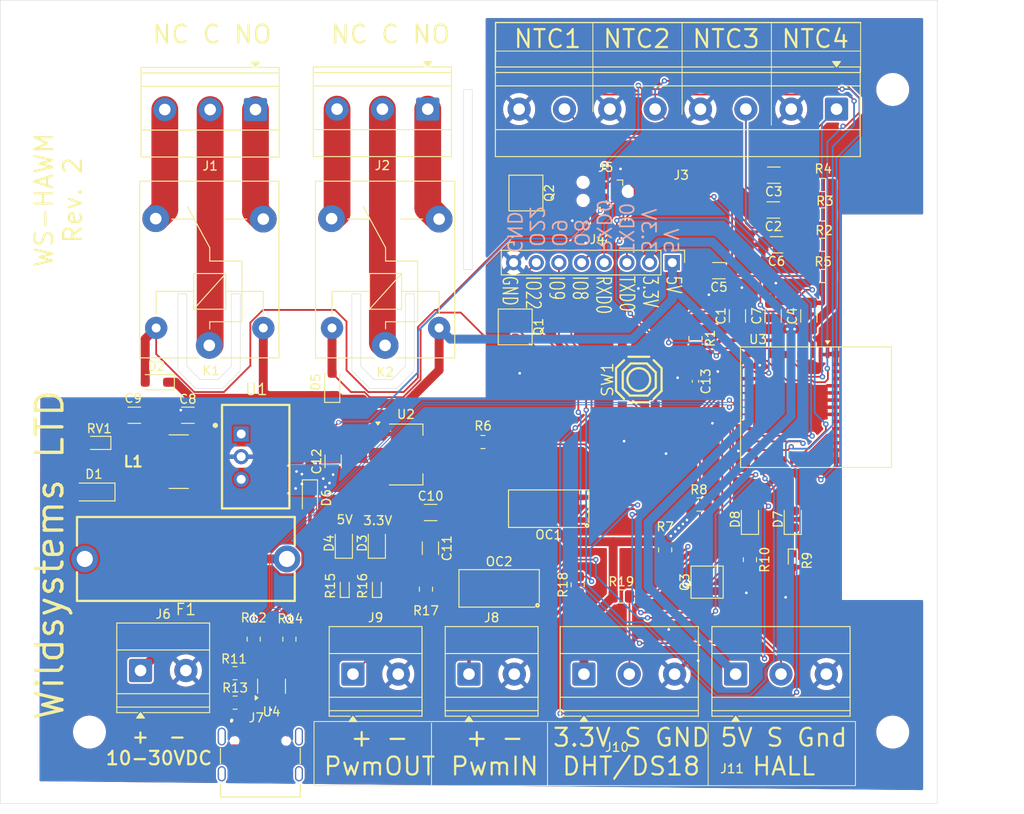
<source format=kicad_pcb>
(kicad_pcb (version 20241229) (generator "pcbnew") (generator_version "9.0")
  (layers (0 "F.Cu" signal) (2 "B.Cu" signal) (13 "F.Paste" user) (15 "B.Paste" user) (5 "F.SilkS" user "F.Silkscreen") (7 "B.SilkS" user "B.Silkscreen") (1 "F.Mask" user) (3 "B.Mask" user) (25 "Edge.Cuts" user))
  (net 0 "")
  (net 1 "GND")
  (net 2 "/EN")
  (net 3 "+5V")
  (net 4 "+3.3V")
  (net 5 "/IO1")
  (net 6 "/24V_FUSED")
  (net 7 "/5V_USB")
  (net 8 "Net-(U1-IN)")
  (net 9 "/IO3")
  (net 10 "Net-(D2-A)")
  (net 11 "/Power/24V")
  (net 12 "/IO4")
  (net 13 "/IO5")
  (net 14 "/IO23")
  (net 15 "/IO22")
  (net 16 "Net-(D5-A)")
  (net 18 "/IO6")
  (net 19 "/D-")
  (net 20 "/D+")
  (net 26 "Net-(J7-CC2)")
  (net 27 "Net-(J7-CC1)")
  (net 28 "Net-(J8-Pin_1)")
  (net 29 "/NO1")
  (net 30 "/COM1")
  (net 31 "Net-(J9-Pin_1)")
  (net 32 "Net-(J11-Pin_2)")
  (net 33 "/NC1")
  (net 34 "/COM2")
  (net 35 "Net-(OC1-Pad1)")
  (net 36 "/~{IO7}")
  (net 37 "/NC2")
  (net 38 "Net-(Q3-B)")
  (net 39 "Net-(R12-Pad1)")
  (net 41 "/NO2")
  (net 43 "/IO2")
  (net 44 "/IO9")
  (net 45 "/IO8")
  (net 46 "/IO0")
  (net 47 "/TXD0")
  (net 48 "/IO21")
  (net 49 "/RXD0")
  (net 50 "/IO15")
  (net 51 "/IO14")
  (net 53 "/IO18")
  (net 54 "/IO19")
  (net 56 "/USB_D_N")
  (net 58 "Net-(R14-Pad1)")
  (net 59 "/USB_D_P")
  (net 60 "/IO20")
  (net 62 "Net-(D3-K)")
  (net 63 "Net-(D4-K)")
  (net 64 "Net-(D7-K)")
  (net 65 "Net-(D8-K)")
  (footprint "Resistor_SMD:R_0805_2012Metric" (layer "F.Cu") (at 177.7125 75 180)
    (property "Reference" "R3")
    (property "Value" "4k7")
  )
  (footprint "Resistor_SMD:R_0805_2012Metric" (layer "F.Cu") (at 177.7125 81.9 180)
    (property "Reference" "R5")
    (property "Value" "4k7")
  )
  (footprint "Resistor_SMD:R_0805_2012Metric" (layer "F.Cu") (at 111.8125 129.7)
    (property "Reference" "R13")
    (property "Value" "5k1")
  )
  (footprint "Relay_THT:Relay_SPDT_SANYOU_SRD_Series_Form_C" (layer "F.Cu") (at 128.625 89.6725 90)
    (property "Reference" "K2")
    (property "Value" "SRD-05VDC-SL-C")
  )
  (footprint "Capacitor_SMD:C_1206_3216Metric" (layer "F.Cu") (at 172.1 86.375 90)
    (property "Reference" "C7")
    (property "Value" "0.1uF")
  )
  (footprint "Connector_PinHeader_2.54mm:PinHeader_1x08_P2.54mm_Vertical" (layer "F.Cu") (at 160.8 80.4 -90)
    (property "Reference" "J4")
    (property "Value" "Conn_01x08_Pin")
  )
  (footprint "MountingHole:MountingHole_3.2mm_M3_ISO7380" (layer "F.Cu") (at 185.5 61)
    (property "Reference" "H2" (hide yes))
    (property "Value" "MountingHole")
  )
  (footprint "Capacitor_SMD:C_1206_3216Metric" (layer "F.Cu") (at 133.725 108.4)
    (property "Reference" "C10")
    (property "Value" "10uF/50V")
  )
  (footprint "Resistor_SMD:R_0805_2012Metric" (layer "F.Cu") (at 163.7875 107.5)
    (property "Reference" "R8")
    (property "Value" "10K")
  )
  (footprint "Diode_SMD:D_SOD-323_HandSoldering" (layer "F.Cu") (at 122.7 94.05 90)
    (property "Reference" "D5")
    (property "Value" "1N4148W")
  )
  (footprint "TerminalBlock_Phoenix:TerminalBlock_Phoenix_MKDS-1,5-3-5.08_1x03_P5.08mm_Horizontal" (layer "F.Cu") (at 150.9 126.5)
    (property "Reference" "J10")
    (property "Value" "SRD-05VDC-SL-C")
  )
  (footprint "MountingHole:MountingHole_3.2mm_M3_ISO7380" (layer "F.Cu") (at 185.5 133)
    (property "Reference" "H4" (hide yes))
    (property "Value" "MountingHole")
  )
  (footprint "Resistor_SMD:R_0805_2012Metric" (layer "F.Cu") (at 177.7125 78.4 180)
    (property "Reference" "R2")
    (property "Value" "4k7")
  )
  (footprint "Diode_SMD:D_0805_2012Metric" (layer "F.Cu") (at 169.5 109.1625 90)
    (property "Reference" "D8")
    (property "Value" "KT-0805B")
  )
  (footprint "PCM_Package_SO_AKL:SO-5_4.4x3.6mm_P1.27mm" (layer "F.Cu") (at 141.4 116.9 180)
    (property "Reference" "OC2")
    (property "Value" "TLP2361" (hide yes))
  )
  (footprint "Resistor_SMD:R_0805_2012Metric" (layer "F.Cu") (at 113.9 122.5875 90)
    (property "Reference" "R12")
    (property "Value" "22R")
  )
  (footprint "MyFootprints:USB-HRO_TYPE-C-31-M-12" (layer "F.Cu") (at 114.645 137.67)
    (property "Reference" "J7")
    (property "Value" "USB-TYPE-C-31-M-12")
  )
  (footprint "Resistor_SMD:R_0805_2012Metric" (layer "F.Cu") (at 163.4 88.8875 -90)
    (property "Reference" "R1")
    (property "Value" "10K")
  )
  (footprint "LED_SMD:LED_0805_2012Metric" (layer "F.Cu") (at 127.7 111.8375 90)
    (property "Reference" "D3")
    (property "Value" "KT-0805G")
  )
  (footprint "Capacitor_SMD:C_1206_3216Metric" (layer "F.Cu") (at 176.1 86.375 90)
    (property "Reference" "C4")
    (property "Value" "10uF/50V")
  )
  (footprint "Digikey library:LED_0603" (layer "F.Cu") (at 174.3 113.7875 -90)
    (property "Reference" "R9")
    (property "Value" "270R")
  )
  (footprint "Capacitor_SMD:C_1206_3216Metric" (layer "F.Cu") (at 106.525 97.5 180)
    (property "Reference" "C8")
    (property "Value" "10uF/50V")
  )
  (footprint "PCM_Package_TO_SOT_SMD_AKL:SOT-23" (layer "F.Cu") (at 164.7 116.2 90)
    (property "Reference" "Q3")
    (property "Value" "MMBT2222A" (hide yes))
  )
  (footprint "Diode_SMD:D_0603_1608Metric" (layer "F.Cu") (at 96.4125 100.6 180)
    (property "Reference" "RV1")
    (property "Value" "RL0603E024M250K")
  )
  (footprint "TerminalBlock_Phoenix:TerminalBlock_Phoenix_MKDS-1,5-3-5.08_1x03_P5.08mm_Horizontal" (layer "F.Cu") (at 114.1 63.25 180)
    (property "Reference" "J1")
    (property "Value" "Screw_Terminal_01x03")
  )
  (footprint "Capacitor_SMD:C_0402_1005Metric" (layer "F.Cu") (at 163.4 93.7 -90)
    (property "Reference" "C13")
    (property "Value" "1uF")
  )
  (footprint "Capacitor_SMD:C_1206_3216Metric" (layer "F.Cu") (at 172.175 70.6 180)
    (property "Reference" "C3")
    (property "Value" "0.1uF")
  )
  (footprint "Digikey library:LED_0603" (layer "F.Cu") (at 127.7 116.6125 90)
    (property "Reference" "R16")
    (property "Value" "270R")
  )
  (footprint "LED_SMD:LED_0805_2012Metric" (layer "F.Cu") (at 174.3 109.1625 90)
    (property "Reference" "D7")
    (property "Value" "KT-0805G")
  )
  (footprint "Capacitor_SMD:C_1206_3216Metric" (layer "F.Cu") (at 172.125 74.5 180)
    (property "Reference" "C2")
    (property "Value" "0.1uF")
  )
  (footprint "Resistor_SMD:R_0805_2012Metric" (layer "F.Cu") (at 150.2 116.5 90)
    (property "Reference" "R18")
    (property "Value" "1k")
  )
  (footprint "Capacitor_SMD:C_1206_3216Metric" (layer "F.Cu") (at 133.7 112.4 -90)
    (property "Reference" "C11")
    (property "Value" "22uF")
  )
  (footprint "Resistor_SMD:R_0805_2012Metric" (layer "F.Cu") (at 139.5875 100.5)
    (property "Reference" "R6")
    (property "Value" "4k7")
  )
  (footprint "Resistor_SMD:R_0805_2012Metric" (layer "F.Cu") (at 155.0875 117.8)
    (property "Reference" "R19")
    (property "Value" "10K")
  )
  (footprint "Connector:Tag-Connect_TC2030-IDC-NL_2x03_P1.27mm_Vertical" (layer "F.Cu") (at 153.34 72.416 180)
    (property "Reference" "J5")
    (property "Value" "TC2030")
  )
  (footprint "Package_TO_SOT_SMD:SOT-23-6" (layer "F.Cu") (at 115.9 127.8625 90)
    (property "Reference" "U4")
    (property "Value" "USBLC6-2SC6")
  )
  (footprint "Diode_SMD:D_SOD-123" (layer "F.Cu") (at 96 106.1 180)
    (property "Reference" "D1")
    (property "Value" "BAT46W")
  )
  (footprint "LED_SMD:LED_0805_2012Metric" (layer "F.Cu") (at 124 111.8375 90)
    (property "Reference" "D4")
    (property "Value" "KT-0805G")
  )
  (footprint "TerminalBlock_Phoenix:TerminalBlock_Phoenix_MKDS-1,5-8-5.08_1x08_P5.08mm_Horizontal" (layer "F.Cu") (at 179.2 63.2 180)
    (property "Reference" "J3")
    (property "Value" "Conn_01x08_Pin")
  )
  (footprint "MyFootprints:PWRM-TH_K78XX-500R3" (layer "F.Cu") (at 112.5 102.14 90)
    (property "Reference" "U1")
    (property "Value" "R-78E5.0-1.0")
  )
  (footprint "Resistor_SMD:R_0805_2012Metric" (layer "F.Cu") (at 177.7125 71.7 180)
    (property "Reference" "R4")
    (property "Value" "4k7")
  )
  (footprint "TerminalBlock_Phoenix:TerminalBlock_Phoenix_MKDS-1,5-2-5.08_1x02_P5.08mm_Horizontal" (layer "F.Cu") (at 101.22 126.1)
    (property "Reference" "J6")
    (property "Value" "Screw_Terminal_01x02")
  )
  (footprint "Capacitor_SMD:C_1206_3216Metric" (layer "F.Cu") (at 172.475 78.4 180)
    (property "Reference" "C6")
    (property "Value" "0.1uF")
  )
  (footprint "MountingHole:MountingHole_3.2mm_M3_ISO7380" (layer "F.Cu") (at 95.5 61)
    (property "Reference" "H1" (hide yes))
    (property "Value" "MountingHole")
  )
  (footprint "MyFootprints:FUSE-TH_L24.4-W9.4-P22.60" (layer "F.Cu") (at 106.3 113.6 180)
    (property "Reference" "F1")
    (property "Value" "Fuse")
  )
  (footprint "Resistor_SMD:R_0805_2012Metric" (layer "F.Cu") (at 160 112.5875 -90)
    (property "Reference" "R7")
    (property "Value" "10K")
  )
  (footprint "Package_TO_SOT_SMD:SOT-223-3_TabPin2" (layer "F.Cu") (at 130.95 101.9)
    (property "Reference" "U2")
    (property "Value" "ZLDO1117G33TA")
  )
  (footprint "TerminalBlock_Phoenix:TerminalBlock_Phoenix_MKDS-1,5-2-5.08_1x02_P5.08mm_Horizontal" (layer "F.Cu") (at 138.02 126.5)
    (property "Reference" "J8")
    (property "Value" "Screw_Terminal_01x02")
  )
  (footprint "Digikey library:LED_0603" (layer "F.Cu") (at 124.1 116.6125 90)
    (property "Reference" "R15")
    (property "Value" "270R")
  )
  (footprint "TerminalBlock_Phoenix:TerminalBlock_Phoenix_MKDS-1,5-3-5.08_1x03_P5.08mm_Horizontal" (layer "F.Cu") (at 133.4 63.2 180)
    (property "Reference" "J2")
    (property "Value" "Screw_Terminal_01x03")
  )
  (footprint "Diode_SMD:D_SOD-323_HandSoldering" (layer "F.Cu") (at 103 93.8 180)
    (property "Reference" "D2")
    (property "Value" "1N4148W")
  )
  (footprint "PCM_Package_TO_SOT_SMD_AKL:SC-59" (layer "F.Cu") (at 143.2 87.6 -90)
    (property "Reference" "Q1")
    (property "Value" "PDTD123YK" (hide yes))
  )
  (footprint "Resistor_SMD:R_0805_2012Metric" (layer "F.Cu") (at 133.2 116.9875 -90)
    (property "Reference" "R17")
    (property "Value" "4k7")
  )
  (footprint "Capacitor_SMD:C_1206_3216Metric" (layer "F.Cu") (at 166.025 81.3 180)
    (property "Reference" "C5")
    (property "Value" "0.1uF")
  )
  (footprint "Capacitor_SMD:C_1206_3216Metric" (layer "F.Cu") (at 122.8 102.675 90)
    (property "Reference" "C12")
    (property "Value" "22uF")
  )
  (footprint "Resistor_SMD:R_0805_2012Metric" (layer "F.Cu") (at 169.5 113.6875 -90)
    (property "Reference" "R10")
    (property "Value" "15R")
  )
  (footprint "Capacitor_SMD:C_1206_3216Metric" (layer "F.Cu") (at 168.1 86.375 90)
    (property "Reference" "C1")
    (property "Value" "47uF/16V")
  )
  (footprint "Relay_THT:Relay_SPDT_SANYOU_SRD_Series_Form_C" (layer "F.Cu") (at 108.925 89.6725 90)
    (property "Reference" "K1")
    (property "Value" "SRD-05VDC-SL-C")
  )
  (footprint "MyFootprints:IND_ASPI-6045S-120M-T" (layer "F.Cu") (at 105.5 102.7)
    (property "Reference" "L1")
    (property "Value" "12uH")
  )
  (footprint "MyFootprints:SW-SMD_4P-L5.1-W5.1-P3.70-LS6.5-TL-2" (layer "F.Cu") (at 157.0501 93.5 90)
    (property "Reference" "SW1")
    (property "Value" "Reboot")
  )
  (footprint "PCM_Package_SO_AKL:SO-5_4.4x3.6mm_P1.27mm" (layer "F.Cu") (at 146.95 107.97 180)
    (property "Reference" "OC1")
    (property "Value" "TLP2361" (hide yes))
  )
  (footprint "TerminalBlock_Phoenix:TerminalBlock_Phoenix_MKDS-1,5-2-5.08_1x02_P5.08mm_Horizontal" (layer "F.Cu") (at 125.02 126.5)
    (property "Reference" "J9")
    (property "Value" "Screw_Terminal_01x02")
  )
  (footprint "Resistor_SMD:R_0805_2012Metric" (layer "F.Cu") (at 111.8125 126.4 180)
    (property "Reference" "R11")
    (property "Value" "5k1")
  )
  (footprint "MountingHole:MountingHole_3.2mm_M3_ISO7380" (layer "F.Cu") (at 95.5 133)
    (property "Reference" "H3" (hide yes))
    (property "Value" "MountingHole")
  )
  (footprint "Capacitor_SMD:C_1206_3216Metric" (layer "F.Cu") (at 100.525 97.5 180)
    (property "Reference" "C9")
    (property "Value" "10uF/50V")
  )
  (footprint "Resistor_SMD:R_0805_2012Metric" (layer "F.Cu") (at 117.9 122.5875 90)
    (property "Reference" "R14")
    (property "Value" "22R")
  )
  (footprint "RF_Module:ESP32-C6-MINI-1" (layer "F.Cu") (at 174.2 96.6 -90)
    (property "Reference" "U3")
    (property "Value" "ESP32-C6-MINI-1")
  )
  (footprint "TerminalBlock_Phoenix:TerminalBlock_Phoenix_MKDS-1,5-3-5.08_1x03_P5.08mm_Horizontal" (layer "F.Cu") (at 167.9 126.5)
    (property "Reference" "J11")
    (property "Value" "SRD-05VDC-SL-C")
  )
  (footprint "PCM_Package_TO_SOT_SMD_AKL:SC-59" (layer "F.Cu") (at 144.4 72.6 -90)
    (property "Reference" "Q2")
    (property "Value" "PDTD123YK" (hide yes))
  )
  (footprint "Diode_SMD:D_SOD-323_HandSoldering" (layer "F.Cu") (at 120.2 106.75 -90)
    (property "Reference" "D6")
    (property "Value" "1N5819")
  )
  (gr_line (start 157.9 73) (end 157.4 72.95) (stroke (width 0.2)) (layer "F.Cu") (net 47))
  (gr_line (start 157.4 72.4) (end 157.4 73.5) (stroke (width 0.2)) (layer "F.Cu") (net 47))
  (gr_line (start 146.82 139) (end 146.82 132) (stroke (width 0.1)) (layer "F.SilkS"))
  (gr_line (start 151.9 63.5) (end 151.9 53.5) (stroke (width 0.1)) (layer "F.SilkS"))
  (gr_line (start 133.82 139) (end 133.82 132) (stroke (width 0.1)) (layer "F.SilkS"))
  (gr_line (start 164.82 139) (end 164.82 132) (stroke (width 0.1)) (layer "F.SilkS"))
  (gr_rect (start 120.66 131.82) (end 181.32 139) (stroke (width 0.1)) (fill no) (layer "F.SilkS"))
  (gr_line (start 141 56.7) (end 181.9 56.7) (stroke (width 0.1)) (layer "F.SilkS"))
  (gr_line (start 141 53.5) (end 181.9 53.5) (stroke (width 0.15)) (layer "F.SilkS"))
  (gr_line (start 171.9 65) (end 171.9 53.5) (stroke (width 0.1)) (layer "F.SilkS"))
  (gr_line (start 181.9 56.7) (end 181.9 53.5) (stroke (width 0.1)) (layer "F.SilkS"))
  (gr_line (start 181.9 56.7) (end 181.9 59) (stroke (width 0.1)) (layer "F.SilkS"))
  (gr_line (start 161.9 63.8) (end 161.9 53.5) (stroke (width 0.1)) (layer "F.SilkS"))
  (gr_line (start 140.98 58.48) (end 141 53.5) (stroke (width 0.15)) (layer "F.SilkS"))
  (gr_line (start 112.4 83.9) (end 112.4 92.5) (stroke (width 0.05)) (layer "Edge.Cuts"))
  (gr_line (start 126.9 94.5) (end 124.9 92.5) (stroke (width 0.05)) (layer "Edge.Cuts"))
  (gr_line (start 129.4 93.5) (end 130.9 92) (stroke (width 0.05)) (layer "Edge.Cuts"))
  (gr_line (start 111.4 92) (end 111.4 83.9) (stroke (width 0.05)) (layer "Edge.Cuts"))
  (gr_line (start 125.9 83.9) (end 125.9 92) (stroke (width 0.05)) (layer "Edge.Cuts"))
  (gr_line (start 124.9 83.9) (end 125.9 83.9) (stroke (width 0.05)) (layer "Edge.Cuts"))
  (gr_line (start 110.4 94.5) (end 107.4 94.5) (stroke (width 0.05)) (layer "Edge.Cuts"))
  (gr_line (start 106.4 83.9) (end 106.4 92) (stroke (width 0.05)) (layer "Edge.Cuts"))
  (gr_line (start 111.4 83.9) (end 112.4 83.9) (stroke (width 0.05)) (layer "Edge.Cuts"))
  (gr_line (start 105.4 92.5) (end 105.4 83.9) (stroke (width 0.05)) (layer "Edge.Cuts"))
  (gr_rect (start 137.4 61) (end 138.4 81.2) (stroke (width 0.05)) (fill no) (layer "Edge.Cuts"))
  (gr_line (start 112.4 92.5) (end 110.4 94.5) (stroke (width 0.05)) (layer "Edge.Cuts"))
  (gr_rect (start 85.5 51) (end 190.5 141) (stroke (width 0.05)) (fill no) (layer "Edge.Cuts"))
  (gr_line (start 131.9 92.5) (end 129.9 94.5) (stroke (width 0.05)) (layer "Edge.Cuts"))
  (gr_line (start 109.9 93.5) (end 111.4 92) (stroke (width 0.05)) (layer "Edge.Cuts"))
  (gr_line (start 106.4 92) (end 107.9 93.5) (stroke (width 0.05)) (layer "Edge.Cuts"))
  (gr_line (start 107.4 94.5) (end 105.4 92.5) (stroke (width 0.05)) (layer "Edge.Cuts"))
  (gr_line (start 130.9 83.9) (end 131.9 83.9) (stroke (width 0.05)) (layer "Edge.Cuts"))
  (gr_line (start 127.4 93.5) (end 129.4 93.5) (stroke (width 0.05)) (layer "Edge.Cuts"))
  (gr_line (start 105.4 83.9) (end 106.4 83.9) (stroke (width 0.05)) (layer "Edge.Cuts"))
  (gr_line (start 125.9 92) (end 127.4 93.5) (stroke (width 0.05)) (layer "Edge.Cuts"))
  (gr_line (start 124.9 92.5) (end 124.9 83.9) (stroke (width 0.05)) (layer "Edge.Cuts"))
  (gr_line (start 107.9 93.5) (end 109.9 93.5) (stroke (width 0.05)) (layer "Edge.Cuts"))
  (gr_line (start 130.9 92) (end 130.9 83.9) (stroke (width 0.05)) (layer "Edge.Cuts"))
  (gr_line (start 131.9 83.9) (end 131.9 92.5) (stroke (width 0.05)) (layer "Edge.Cuts"))
  (gr_line (start 129.9 94.5) (end 126.9 94.5) (stroke (width 0.05)) (layer "Edge.Cuts"))
  (gr_text "WS-HAWM\nRev. 2" (at 94.8 73.4 90) (layer "F.SilkS") (effects (font (size 2 2) (thickness 0.25)) (justify bottom)))
  (gr_text "5V S Gnd\nHALL\n" (at 173.3 138 0) (layer "F.SilkS") (effects (font (size 2 2) (thickness 0.25)) (justify bottom)))
  (gr_text "NTC4" (at 172.9 56.5 0) (layer "F.SilkS") (effects (font (size 2 2) (thickness 0.25)) (justify left bottom)))
  (gr_text "+  -\n10-30VDC\n" (at 103.28 136.8 0) (layer "F.SilkS") (effects (font (size 1.5 1.5) (thickness 0.25)) (justify bottom)))
  (gr_text "+ -\nPwmOUT\n" (at 128 138 0) (layer "F.SilkS") (effects (font (size 2 2) (thickness 0.25)) (justify bottom)))
  (gr_text "NC C NO" (at 102.4 56 0) (layer "F.SilkS") (effects (font (size 2 2) (thickness 0.25)) (justify left bottom)))
  (gr_text "NC C NO" (at 122.4 56 0) (layer "F.SilkS") (effects (font (size 2 2) (thickness 0.25)) (justify left bottom)))
  (gr_text "+ -\nPwmIN\n" (at 140.9 138 0) (layer "F.SilkS") (effects (font (size 2 2) (thickness 0.25)) (justify bottom)))
  (gr_text "NTC3" (at 162.9 56.5 0) (layer "F.SilkS") (effects (font (size 2 2) (thickness 0.25)) (justify left bottom)))
  (gr_text "3.3V S GND\nDHT/DS18\n" (at 156.2 138 0) (layer "F.SilkS") (effects (font (size 2 2) (thickness 0.25)) (justify bottom)))
  (gr_text "5V\n3.3V\nTXD0\nRXD0\nIO8\nIO9\nIO22\nGND" (at 141.64 81.78 270) (layer "F.SilkS") (effects (font (size 1.63 1.1)) (justify left bottom)))
  (gr_text "5V" (at 124.1 109.2 0) (layer "F.SilkS") (effects (font (size 1 1))))
  (gr_text "NTC1" (at 142.9 56.5 0) (layer "F.SilkS") (effects (font (size 2 2) (thickness 0.25)) (justify left bottom)))
  (gr_text "NTC2" (at 152.9 56.5 0) (layer "F.SilkS") (effects (font (size 2 2) (thickness 0.25)) (justify left bottom)))
  (gr_text "Wildsystems LTD" (at 92.8 131.9 90) (layer "F.SilkS") (effects (font (size 3 3) (thickness 0.375)) (justify left bottom)))
  (gr_text "3.3V" (at 127.8 109.3 0) (layer "F.SilkS") (effects (font (size 1 1))))
  (gr_text "5V\n3.3V\nTXD0\nRXD0\nIO8\nIO9\nIO22\nGND" (at 142.2 79.5 270) (layer "B.SilkS") (effects (font (size 1.555 1.555) (thickness 0.19375)) (justify left bottom mirror)))
  (via (at 157 83.3) (size 0.5) (drill 0.3) (layers "F.Cu" "B.Cu") (net 1))
  (via (at 143.7 92.8) (size 0.5) (drill 0.3) (layers "F.Cu" "B.Cu") (net 1))
  (via (at 169.1 117.4) (size 0.5) (drill 0.3) (layers "F.Cu" "B.Cu") (net 1))
  (via (at 155 69.9) (size 0.6) (drill 0.3) (layers "F.Cu" "B.Cu") (net 1))
  (via (at 168.6 83.2) (size 0.6) (drill 0.3) (layers "F.Cu" "B.Cu") (net 1))
  (via (at 165.3 98.4) (size 0.5) (drill 0.3) (layers "F.Cu" "B.Cu") (net 1))
  (via (at 111.4 131.8) (size 0.6) (drill 0.3) (layers "F.Cu" "B.Cu") (net 1))
  (via (at 161.4 93.3) (size 0.5) (drill 0.3) (layers "F.Cu" "B.Cu") (net 1))
  (via (at 115.8 130.5) (size 0.6) (drill 0.3) (layers "F.Cu" "B.Cu") (net 1))
  (via (at 163.7 125) (size 0.5) (drill 0.3) (layers "F.Cu" "B.Cu") (net 1))
  (via (at 149.6 75.7) (size 0.6) (drill 0.3) (layers "F.Cu" "B.Cu") (net 1))
  (via (at 168.2 101.5) (size 0.6) (drill 0.3) (layers "F.Cu" "B.Cu") (net 1))
  (via (at 165.9 92.6) (size 0.5) (drill 0.3) (layers "F.Cu" "B.Cu") (net 1))
  (via (at 172.4 82.7) (size 0.6) (drill 0.3) (layers "F.Cu" "B.Cu") (net 1))
  (via (at 173.5 117.9) (size 0.5) (drill 0.3) (layers "F.Cu" "B.Cu") (net 1))
  (via (at 164.9 84) (size 0.5) (drill 0.3) (layers "F.Cu" "B.Cu") (net 1))
  (via (at 170.6 91.9) (size 0.6) (drill 0.3) (layers "F.Cu" "B.Cu") (net 1))
  (via (at 160.1 101.8) (size 0.5) (drill 0.3) (layers "F.Cu" "B.Cu") (net 1))
  (via (at 155.4 100.4) (size 0.5) (drill 0.3) (layers "F.Cu" "B.Cu") (net 1))
  (via (at 105.729 96.9293) (size 0.6) (drill 0.3) (layers "F.Cu" "B.Cu") (net 1))
  (via (at 151.1 78.2) (size 0.6) (drill 0.3) (layers "F.Cu" "B.Cu") (net 1))
  (via (at 160.4 121.5) (size 0.5) (drill 0.3) (layers "F.Cu" "B.Cu") (net 1))
  (segment (start 156.5763 72.0763) (end 156.5763 73.2237) (width 0.2) (layer "F.Cu") (net 2))
  (segment (start 155.003699 71.387301) (end 155.887301 71.387301) (width 0.2) (layer "F.Cu") (net 2))
  (segment (start 163.4 89.8) (end 165.5 89.8) (width 0.4) (layer "F.Cu") (net 2))
  (segment (start 158.9002 90.2) (end 163 90.2) (width 0.4) (layer "F.Cu") (net 2))
  (segment (start 158.9 90.2) (end 158.9002 90.2) (width 0.4) (layer "F.Cu") (net 2))
  (segment (start 156.5763 73.2237) (end 155.322759 74.477241) (width 0.2) (layer "F.Cu") (net 2))
  (segment (start 172 89.1) (end 172.6 89.7) (width 0.4) (layer "F.Cu") (net 2))
  (segment (start 155.887301 71.387301) (end 156.5763 72.0763) (width 0.2) (layer "F.Cu") (net 2))
  (segment (start 158.9 96.8) (end 158.9 90.2) (width 0.4) (layer "F.Cu") (net 2))
  (segment (start 155.322759 74.477241) (end 155.322759 75.989367) (width 0.2) (layer "F.Cu") (net 2))
  (segment (start 172.6 89.7) (end 172.6 90.7) (width 0.4) (layer "F.Cu") (net 2))
  (segment (start 165.5 89.8) (end 166.2 89.1) (width 0.4) (layer "F.Cu") (net 2))
  (segment (start 158.9002 88.9002) (end 156.1 86.1) (width 0.2) (layer "F.Cu") (net 2))
  (segment (start 155.322759 75.989367) (end 154.9 76.412126) (width 0.2) (layer "F.Cu") (net 2))
  (segment (start 158.9002 96.8) (end 158.9 96.8) (width 0.2) (layer "F.Cu") (net 2))
  (segment (start 166.2 89.1) (end 172 89.1) (width 0.4) (layer "F.Cu") (net 2))
  (segment (start 154.9 76.412126) (end 154.9 78) (width 0.2) (layer "F.Cu") (net 2))
  (segment (start 163 90.2) (end 163.4 89.8) (width 0.4) (layer "F.Cu") (net 2))
  (segment (start 163.4 93.22) (end 163.4 89.8) (width 0.4) (layer "F.Cu") (net 2))
  (segment (start 158.9002 90.2) (end 158.9002 88.9002) (width 0.2) (layer "F.Cu") (net 2))
  (segment (start 154.61 71.781) (end 155.003699 71.387301) (width 0.2) (layer "F.Cu") (net 2))
  (via (at 156.1 86.1) (size 0.6) (drill 0.3) (layers "F.Cu" "B.Cu") (net 2))
  (via (at 154.9 78) (size 0.6) (drill 0.3) (layers "F.Cu" "B.Cu") (net 2))
  (segment (start 154.5 78.3) (end 154.5 84.5) (width 0.2) (layer "B.Cu") (net 2))
  (segment (start 154.5 84.5) (end 156.1 86.1) (width 0.2) (layer "B.Cu") (net 2))
  (segment (start 154.8 78) (end 154.5 78.3) (width 0.2) (layer "B.Cu") (net 2))
  (segment (start 154.9 78) (end 154.8 78) (width 0.2) (layer "B.Cu") (net 2))
  (segment (start 136.6 113.4) (end 133.925 116.075) (width 0.4) (layer "F.Cu") (net 3))
  (segment (start 132.25 108.4) (end 130.95 107.1) (width 1) (layer "F.Cu") (net 3))
  (segment (start 122.8 118) (end 122.8 112.1) (width 0.4) (layer "F.Cu") (net 3))
  (segment (start 130.931 96.183) (end 134.675 92.4392) (width 1) (layer "F.Cu") (net 3))
  (segment (start 122.7 95.3) (end 123.2 95.3) (width 1) (layer "F.Cu") (net 3))
  (segment (start 120.4 95.3) (end 122.7 95.3) (width 1) (layer "F.Cu") (net 3))
  (segment (start 124 110.9) (end 124 107.1) (width 1) (layer "F.Cu") (net 3))
  (segment (start 139.25 118.17) (end 141.4 116.02) (width 0.4) (layer "F.Cu") (net 3))
  (segment (start 126.119 95.7) (end 126.602 96.183) (width 1) (layer "F.Cu") (net 3))
  (segment (start 122.8 112.1) (end 124 110.9) (width 0.4) (layer "F.Cu") (net 3))
  (segment (start 134.675 92.4392) (end 134.675 87.7225) (width 1) (layer "F.Cu") (net 3))
  (segment (start 120.2 105.5) (end 120.2 95.5) (width 1) (layer "F.Cu") (net 3))
  (segment (start 133.2 116.075) (end 131.725 116.075) (width 0.4) (layer "F.Cu") (net 3))
  (segment (start 127.75 104.15) (end 127.8 104.2) (width 1) (layer "F.Cu") (net 3))
  (segment (start 115.099 95.601) (end 115.4 95.3) (width 1) (layer "F.Cu") (net 3))
  (segment (start 133.925 116.075) (end 133.2 116.075) (width 0.4) (layer "F.Cu") (net 3))
  (segment (start 105.143 93.8) (end 106.944 95.601) (width 1) (layer "F.Cu") (net 3))
  (segment (start 123.7 118.9) (end 122.8 118) (width 0.4) (layer "F.Cu") (net 3))
  (segment (start 141.4 116.02) (end 141.4 115.2) (width 0.4) (layer "F.Cu") (net 3))
  (segment (start 114.975 87.7225) (end 114.975 94.875) (width 1) (layer "F.Cu") (net 3))
  (segment (start 124 107.1) (end 124 105.35) (width 1) (layer "F.Cu") (net 3))
  (segment (start 123.2 95.3) (end 123.6 95.7) (width 1) (layer "F.Cu") (net 3))
  (segment (start 128.9 118.9) (end 123.7 118.9) (width 0.4) (layer "F.Cu") (net 3))
  (segment (start 120.2 95.5) (end 120.4 95.3) (width 1) (layer "F.Cu") (net 3))
  (segment (start 104.25 93.8) (end 105.143 93.8) (width 1) (layer "F.Cu") (net 3))
  (segment (start 130.95 107.1) (end 124 107.1) (width 1) (layer "F.Cu") (net 3))
  (segment (start 115.4 95.3) (end 120.4 95.3) (width 1) (layer "F.Cu") (net 3))
  (segment (start 126.602 96.183) (end 130.931 96.183) (width 1) (layer "F.Cu") (net 3))
  (segment (start 138.25 118.17) (end 139.25 118.17) (width 0.4) (layer "F.Cu") (net 3))
  (segment (start 106.944 95.601) (end 115.099 95.601) (width 1) (layer "F.Cu") (net 3))
  (segment (start 141.4 115.2) (end 139.6 113.4) (width 0.4) (layer "F.Cu") (net 3))
  (segment (start 123.6 95.7) (end 126.119 95.7) (width 1) (layer "F.Cu") (net 3))
  (segment (start 131.725 116.075) (end 128.9 118.9) (width 0.4) (layer "F.Cu") (net 3))
  (segment (start 139.6 113.4) (end 136.6 113.4) (width 0.4) (layer "F.Cu") (net 3))
  (segment (start 114.975 94.875) (end 115.4 95.3) (width 1) (layer "F.Cu") (net 3))
  (via (at 119.3 105.2) (size 0.6) (drill 0.3) (layers "F.Cu" "B.Cu") (net 3))
  (via (at 118.7 103.8) (size 0.6) (drill 0.3) (layers "F.Cu" "B.Cu") (net 3))
  (via (at 121.942168 105.542168) (size 0.6) (drill 0.3) (layers "F.Cu" "B.Cu") (net 3))
  (via (at 122.392168 105.092168) (size 0.6) (drill 0.3) (layers "F.Cu" "B.Cu") (net 3))
  (via (at 121.7 104.6) (size 0.6) (drill 0.3) (layers "F.Cu" "B.Cu") (net 3))
  (via (at 122.8 104.15) (size 0.6) (drill 0.3) (layers "F.Cu" "B.Cu") (net 3))
  (via (at 118.6 105.7) (size 0.6) (drill 0.3) (layers "F.Cu" "B.Cu") (net 3))
  (via (at 119.3 104.1) (size 0.6) (drill 0.3) (layers "F.Cu" "B.Cu") (net 3))
  (segment (start 135.924999 88.972499) (end 156.328001 88.972499) (width 1) (layer "B.Cu") (net 3))
  (segment (start 169.4 91.7) (end 169.4 98.2) (width 1) (layer "B.Cu") (net 3))
  (segment (start 134.675 87.7225) (end 135.924999 88.972499) (width 1) (layer "B.Cu") (net 3))
  (segment (start 160.8 80.4) (end 160.8 83.1) (width 1) (layer "B.Cu") (net 3))
  (segment (start 169.4 98.2) (end 158.1 109.5) (width 1) (layer "B.Cu") (net 3))
  (segment (start 156.328001 88.972499) (end 160.8 84.5005) (width 1) (layer "B.Cu") (net 3))
  (segment (start 160.8 84.5005) (end 160.8 80.4) (width 1) (layer "B.Cu") (net 3))
  (segment (start 158.1 109.5) (end 158.1 116.7) (width 1) (layer "B.Cu") (net 3))
  (segment (start 160.8 83.1) (end 169.4 91.7) (width 1) (layer "B.Cu") (net 3))
  (segment (start 158.1 116.7) (end 167.9 126.5) (width 1) (layer "B.Cu") (net 3))
  (segment (start 161.988 109.688) (end 162.438 109.238) (width 1) (layer "F.Cu") (net 4))
  (segment (start 154.175 117.8) (end 150.9 121.075) (width 1) (layer "F.Cu") (net 4))
  (segment (start 134.1 101.9) (end 127.8 101.9) (width 1) (layer "F.Cu") (net 4))
  (segment (start 161.138 110.538) (end 161.538 110.138) (width 1) (layer "F.Cu") (net 4))
  (segment (start 176.1 87.85) (end 174.5 87.85) (width 1) (layer "F.Cu") (net 4))
  (segment (start 162.438 109.238) (end 162.875 108.8) (width 1) (layer "F.Cu") (net 4))
  (segment (start 162.875 108.8) (end 160.9694 110.7064) (width 1) (layer "F.Cu") (net 4))
  (segment (start 176.6 89.5) (end 176.1 89) (width 0.4) (layer "F.Cu") (net 4))
  (segment (start 154.175 117.8) (end 154.175 111.7) (width 1) (layer "F.Cu") (net 4))
  (segment (start 127.7 110.9) (end 133.675 110.9) (width 1) (layer "F.Cu") (net 4))
  (segment (start 138.675 105.115) (end 138.675 100.5) (width 1) (layer "F.Cu") (net 4))
  (segment (start 149.075 111.675) (end 154.2 111.675) (width 1) (layer "F.Cu") (net 4))
  (segment (start 174.5 87.85) (end 173.7 87.85) (width 1) (layer "F.Cu") (net 4))
  (segment (start 160 111.675) (end 160.9694 110.7064) (width 1) (layer "F.Cu") (net 4))
  (segment (start 161.538 110.138) (end 161.988 109.688) (width 1) (layer "F.Cu") (net 4))
  (segment (start 150.9 121.075) (end 150.9 126.5) (width 1) (layer "F.Cu") (net 4))
  (segment (start 135.5 100.5) (end 138.675 100.5) (width 1) (layer "F.Cu") (net 4))
  (segment (start 176.1 89) (end 176.1 87.85) (width 0.4) (layer "F.Cu") (net 4))
  (segment (start 178.625 85.325) (end 178.625 71.7) (width 1) (layer "F.Cu") (net 4))
  (segment (start 176.1 87.85) (end 178.625 85.325) (width 1) (layer "F.Cu") (net 4))
  (segment (start 160.9694 110.7064) (end 160.638 111.038) (width 1) (layer "F.Cu") (net 4))
  (segment (start 163.525 87.85) (end 163.4 87.975) (width 1) (layer "F.Cu") (net 4))
  (segment (start 154.175 111.7) (end 154.2 111.675) (width 1) (layer "F.Cu") (net 4))
  (segment (start 173.7 87.85) (end 168.1 87.85) (width 1) (layer "F.Cu") (net 4))
  (segment (start 154.2 111.675) (end 160 111.675) (width 1) (layer "F.Cu") (net 4))
  (segment (start 133.675 110.9) (end 133.7 110.925) (width 1) (layer "F.Cu") (net 4))
  (segment (start 136.975 110.925) (end 140.73 107.17) (width 1) (layer "F.Cu") (net 4))
  (segment (start 143.8 109.24) (end 146.64 109.24) (width 1) (layer "F.Cu") (net 4))
  (segment (start 140.73 107.17) (end 138.675 105.115) (width 1) (layer "F.Cu") (net 4))
  (segment (start 134.1 101.9) (end 135.5 100.5) (width 1) (layer "F.Cu") (net 4))
  (segment (start 142.8 109.24) (end 140.73 107.17) (width 1) (layer "F.Cu") (net 4))
  (segment (start 162.875 108.8) (end 162.875 107.5) (width 1) (layer "F.Cu") (net 4))
  (segment (start 143.8 109.24) (end 142.8 109.24) (width 1) (layer "F.Cu") (net 4))
  (segment (start 168.1 87.85) (end 163.525 87.85) (width 1) (layer "F.Cu") (net 4))
  (segment (start 160.9694 110.7064) (end 161.138 110.538) (width 1) (layer "F.Cu") (net 4))
  (segment (start 133.7 110.925) (end 136.975 110.925) (width 1) (layer "F.Cu") (net 4))
  (segment (start 176.6 90.7) (end 176.6 89.5) (width 0.3) (layer "F.Cu") (net 4))
  (segment (start 146.64 109.24) (end 149.075 111.675) (width 1) (layer "F.Cu") (net 4))
  (via (at 174.5 87.85) (size 0.6) (drill 0.3) (layers "F.Cu" "B.Cu") (net 4))
  (via (at 162.438 109.238) (size 0.6) (drill 0.3) (layers "F.Cu" "B.Cu") (net 4))
  (via (at 173.7 87.85) (size 0.6) (drill 0.3) (layers "F.Cu" "B.Cu") (net 4))
  (via (at 161.538 110.138) (size 0.6) (drill 0.3) (layers "F.Cu" "B.Cu") (net 4))
  (via (at 160.638 111.038) (size 0.6) (drill 0.3) (layers "F.Cu" "B.Cu") (net 4))
  (via (at 161.138 110.538) (size 0.6) (drill 0.3) (layers "F.Cu" "B.Cu") (net 4))
  (via (at 161.988 109.688) (size 0.6) (drill 0.3) (layers "F.Cu" "B.Cu") (net 4))
  (segment (start 165.3 78.1) (end 174.1 86.9) (width 1) (layer "B.Cu") (net 4))
  (segment (start 158.26 79.197919) (end 159.357919 78.1) (width 1) (layer "B.Cu") (net 4))
  (segment (start 158.26 80.4) (end 158.26 79.197919) (width 1) (layer "B.Cu") (net 4))
  (segment (start 159.357919 78.1) (end 165.3 78.1) (width 1) (layer "B.Cu") (net 4))
  (segment (start 174.1 97.575) (end 174.1 86.9) (width 1) (layer "B.Cu") (net 4))
  (segment (start 160.638 111.038) (end 174.1 97.575) (width 1) (layer "B.Cu") (net 4))
  (segment (start 151.92 66.4) (end 160.2 66.4) (width 0.2) (layer "F.Cu") (net 5))
  (segment (start 171.6079 92.7707) (end 171.6079 92.7723) (width 0.2) (layer "F.Cu") (net 5))
  (segment (start 170.1724 92.7707) (end 171.6079 92.7707) (width 0.2) (layer "F.Cu") (net 5))
  (segment (start 167.5 73.7) (end 167.5 81.3) (width 0.2) (layer "F.Cu") (net 5))
  (segment (start 170.1 81.9) (end 176.8 81.9) (width 0.2) (layer "F.Cu") (net 5))
  (segment (start 148.72 63.2) (end 151.92 66.4) (width 0.2) (layer "F.Cu") (net 5))
  (segment (start 169.3 92.6) (end 170.0017 92.6) (width 0.2) (layer "F.Cu") (net 5))
  (segment (start 170.0017 92.6) (end 170.1724 92.7707) (width 0.2) (layer "F.Cu") (net 5))
  (segment (start 160.2 66.4) (end 167.5 73.7) (width 0.2) (layer "F.Cu") (net 5))
  (segment (start 170.1 81.9) (end 170.6729 82.4729) (width 0.2) (layer "F.Cu") (net 5))
  (segment (start 168.1 81.9) (end 170.1 81.9) (width 0.2) (layer "F.Cu") (net 5))
  (segment (start 170.6729 82.4729) (end 170.6729 85.1434) (width 0.2) (layer "F.Cu") (net 5))
  (segment (start 167.5 81.3) (end 168.1 81.9) (width 0.2) (layer "F.Cu") (net 5))
  (via (at 171.6079 92.7723) (size 0.6) (drill 0.3) (layers "F.Cu" "B.Cu") (net 5))
  (via (at 170.6729 85.1434) (size 0.6) (drill 0.3) (layers "F.Cu" "B.Cu") (net 5))
  (segment (start 171.6079 92.7707) (end 171.6079 92.7723) (width 0.2) (layer "B.Cu") (net 5))
  (segment (start 170.6729 85.1434) (end 171.6079 86.0784) (width 0.2) (layer "B.Cu") (net 5))
  (segment (start 171.6079 86.0784) (end 171.6079 92.7707) (width 0.2) (layer "B.Cu") (net 5))
  (segment (start 115.9 126.725) (end 115.9 127.079) (width 0.4) (layer "F.Cu") (net 7))
  (segment (start 121.1 100.6) (end 121.1 106.7) (width 0.2) (layer "F.Cu") (net 7))
  (segment (start 123.4 98.3) (end 121.1 100.6) (width 0.2) (layer "F.Cu") (net 7))
  (segment (start 121.1 106.7) (end 120.2 107.6) (width 0.2) (layer "F.Cu") (net 7))
  (segment (start 115.9 127.079) (end 114.943 128.036) (width 0.4) (layer "F.Cu") (net 7))
  (segment (start 120.2 115.6) (end 115.9 119.9) (width 0.4) (layer "F.Cu") (net 7))
  (segment (start 120.2 108) (end 120.2 115.6) (width 0.4) (layer "F.Cu") (net 7))
  (segment (start 116.721 127.9) (end 117.2 127.9) (width 0.4) (layer "F.Cu") (net 7))
  (segment (start 112.245 132.92) (end 112.245 131.755) (width 0.4) (layer "F.Cu") (net 7))
  (segment (start 153.461 74.2) (end 152.9 74.2) (width 0.2) (layer "F.Cu") (net 7))
  (segment (start 112.245 131.755) (end 112.5 131.5) (width 0.4) (layer "F.Cu") (net 7))
  (segment (start 115.9 127.079) (end 116.721 127.9) (width 0.4) (layer "F.Cu") (net 7))
  (segment (start 114 128.6) (end 114.564 128.036) (width 0.4) (layer "F.Cu") (net 7))
  (segment (start 117.2 127.9) (end 117.9 128.6) (width 0.4) (layer "F.Cu") (net 7))
  (segment (start 154.61 73.051) (end 153.461 74.2) (width 0.2) (layer "F.Cu") (net 7))
  (segment (start 114.564 128.036) (end 114.943 128.036) (width 0.4) (layer "F.Cu") (net 7))
  (segment (start 112.5 131.5) (end 113.1 131.5) (width 0.4) (layer "F.Cu") (net 7))
  (segment (start 117.045 131.220685) (end 117.045 132.92) (width 0.4) (layer "F.Cu") (net 7))
  (segment (start 120.2 107.6) (end 120.2 108) (width 0.2) (layer "F.Cu") (net 7))
  (segment (start 113.1 131.5) (end 114 130.6) (width 0.4) (layer "F.Cu") (net 7))
  (segment (start 117.9 130.365685) (end 117.045 131.220685) (width 0.4) (layer "F.Cu") (net 7))
  (segment (start 115.9 119.9) (end 115.9 126.725) (width 0.4) (layer "F.Cu") (net 7))
  (segment (start 117.9 128.6) (end 117.9 130.365685) (width 0.4) (layer "F.Cu") (net 7))
  (segment (start 114 130.6) (end 114 128.6) (width 0.4) (layer "F.Cu") (net 7))
  (segment (start 152.9 74.438187) (end 152.729154 74.609033) (width 0.2) (layer "F.Cu") (net 7))
  (segment (start 152.9 74.2) (end 152.9 74.438187) (width 0.2) (layer "F.Cu") (net 7))
  (via (at 123.4 98.3) (size 0.5) (drill 0.3) (layers "F.Cu" "B.Cu") (net 7))
  (via (at 152.729154 74.609033) (size 0.5) (drill 0.3) (layers "F.Cu" "B.Cu") (net 7))
  (segment (start 132.3 88.045476) (end 132.3 92.7) (width 0.2) (layer "B.Cu") (net 7))
  (segment (start 152.729154 74.609033) (end 149.638187 77.7) (width 0.2) (layer "B.Cu") (net 7))
  (segment (start 132.3 92.7) (end 126.8 98.2) (width 0.2) (layer "B.Cu") (net 7))
  (segment (start 123.7 98.3) (end 123.4 98.3) (width 0.2) (layer "B.Cu") (net 7))
  (segment (start 142.645476 77.7) (end 149.638187 77.7) (width 0.2) (layer "B.Cu") (net 7))
  (segment (start 123.8 98.2) (end 126.8 98.2) (width 0.2) (layer "B.Cu") (net 7))
  (segment (start 142.645476 77.7) (end 132.3 88.045476) (width 0.2) (layer "B.Cu") (net 7))
  (segment (start 123.8 98.2) (end 123.7 98.3) (width 0.2) (layer "B.Cu") (net 7))
  (segment (start 179.2 63.2) (end 176.8 65.6) (width 0.2) (layer "F.Cu") (net 9))
  (segment (start 175.9876 93.1893) (end 174.2 91.4017) (width 0.2) (layer "F.Cu") (net 9))
  (segment (start 176.8 65.6) (end 176.8 71.7) (width 0.2) (layer "F.Cu") (net 9))
  (segment (start 177.6271 93.1912) (end 177.6252 93.1893) (width 0.2) (layer "F.Cu") (net 9))
  (segment (start 174.2 90.7) (end 174.2 91.4017) (width 0.2) (layer "F.Cu") (net 9))
  (segment (start 177.6252 93.1893) (end 175.9876 93.1893) (width 0.2) (layer "F.Cu") (net 9))
  (segment (start 174.75 71.7) (end 176.8 71.7) (width 0.2) (layer "F.Cu") (net 9))
  (segment (start 173.65 70.6) (end 174.75 71.7) (width 0.2) (layer "F.Cu") (net 9))
  (via (at 177.6271 93.1912) (size 0.6) (drill 0.3) (layers "F.Cu" "B.Cu") (net 9))
  (segment (start 179.2 63.2) (end 177.5676 64.8324) (width 0.2) (layer "B.Cu") (net 9))
  (segment (start 177.5676 93.1317) (end 177.6271 93.1912) (width 0.2) (layer "B.Cu") (net 9))
  (segment (start 177.5676 64.8324) (end 177.5676 93.1317) (width 0.2) (layer "B.Cu") (net 9))
  (segment (start 101.75 93.8) (end 101.75 88.9475) (width 1) (layer "F.Cu") (net 10))
  (segment (start 144.4 73.8) (end 144.4 75.7671) (width 0.2) (layer "F.Cu") (net 10))
  (segment (start 113.524 87.1215) (end 113.524 91.9431) (width 0.2) (layer "F.Cu") (net 10))
  (segment (start 113.524 91.9431) (end 110.566 94.901) (width 0.2) (layer "F.Cu") (net 10))
  (segment (start 132.301 93.299) (end 130.699 94.901) (width 0.2) (layer "F.Cu") (net 10))
  (segment (start 107.234 94.901) (end 102.975 90.6421) (width 0.2) (layer "F.Cu") (net 10))
  (segment (start 130.699 94.901) (end 126.735 94.901) (width 0.2) (layer "F.Cu") (net 10))
  (segment (start 126.735 94.901) (end 124.3 92.4657) (width 0.2) (layer "F.Cu") (net 10))
  (segment (start 110.566 94.901) (end 107.234 94.901) (width 0.2) (layer "F.Cu") (net 10))
  (segment (start 123 85.7) (end 114.945 85.7) (width 0.2) (layer "F.Cu") (net 10))
  (segment (start 102.975 90.6421) (end 102.975 87.7225) (width 0.2) (layer "F.Cu") (net 10))
  (segment (start 132.301 87.6202) (end 132.301 93.299) (width 0.2) (layer "F.Cu") (net 10))
  (segment (start 144.4 75.7671) (end 134.468 85.699) (width 0.2) (layer "F.Cu") (net 10))
  (segment (start 134.222 85.699) (end 132.301 87.6202) (width 0.2) (layer "F.Cu") (net 10))
  (segment (start 124.3 92.4657) (end 124.3 87) (width 0.2) (layer "F.Cu") (net 10))
  (segment (start 114.945 85.7) (end 113.524 87.1215) (width 0.2) (layer "F.Cu") (net 10))
  (segment (start 101.75 88.9475) (end 102.975 87.7225) (width 1) (layer "F.Cu") (net 10))
  (segment (start 124.3 87) (end 123 85.7) (width 0.2) (layer "F.Cu") (net 10))
  (segment (start 134.468 85.699) (end 134.222 85.699) (width 0.2) (layer "F.Cu") (net 10))
  (segment (start 113.7 113.6) (end 117.625 113.6) (width 1) (layer "F.Cu") (net 11))
  (segment (start 101.22 126.08) (end 113.7 113.6) (width 1) (layer "F.Cu") (net 11))
  (segment (start 101.22 126.1) (end 101.22 126.08) (width 1) (layer "F.Cu") (net 11))
  (segment (start 176.4946 83.4467) (end 175.7762 83.4467) (width 0.2) (layer "F.Cu") (net 12))
  (segment (start 165.7343 90.8465) (end 166.5825 89.9983) (width 0.2) (layer "F.Cu") (net 12))
  (segment (start 171.8 90.7) (end 171.8 89.9983) (width 0.2) (layer "F.Cu") (net 12))
  (segment (start 173.6 74.5) (end 174.1 75) (width 0.2) (layer "F.Cu") (net 12))
  (segment (start 173.6 73.3) (end 173.6 74.5) (width 0.2) (layer "F.Cu") (net 12))
  (segment (start 169.8 72.6) (end 172.9 72.6) (width 0.2) (layer "F.Cu") (net 12))
  (segment (start 175.7762 83.4467) (end 173.3508 85.8721) (width 0.2) (layer "F.Cu") (net 12))
  (segment (start 160.39 88.3275) (end 160.39 89.3627) (width 0.2) (layer "F.Cu") (net 12))
  (segment (start 166.5825 89.9983) (end 171.8 89.9983) (width 0.2) (layer "F.Cu") (net 12))
  (segment (start 162.8454 85.8721) (end 160.39 88.3275) (width 0.2) (layer "F.Cu") (net 12))
  (segment (start 173.3508 85.8721) (end 162.8454 85.8721) (width 0.2) (layer "F.Cu") (net 12))
  (segment (start 169.04 63.2) (end 169.04 71.84) (width 0.2) (layer "F.Cu") (net 12))
  (segment (start 169.04 71.84) (end 169.8 72.6) (width 0.2) (layer "F.Cu") (net 12))
  (segment (start 172.9 72.6) (end 173.6 73.3) (width 0.2) (layer "F.Cu") (net 12))
  (segment (start 174.1 75) (end 176.8 75) (width 0.2) (layer "F.Cu") (net 12))
  (via (at 165.7343 90.8465) (size 0.6) (drill 0.3) (layers "F.Cu" "B.Cu") (net 12))
  (via (at 176.4946 83.4467) (size 0.6) (drill 0.3) (layers "F.Cu" "B.Cu") (net 12))
  (via (at 160.39 89.3627) (size 0.6) (drill 0.3) (layers "F.Cu" "B.Cu") (net 12))
  (segment (start 169.04 75.9921) (end 176.4946 83.4467) (width 0.2) (layer "B.Cu") (net 12))
  (segment (start 169.04 63.2) (end 169.04 75.9921) (width 0.2) (layer "B.Cu") (net 12))
  (segment (start 160.39 89.3627) (end 164.2505 89.3627) (width 0.2) (layer "B.Cu") (net 12))
  (segment (start 164.2505 89.3627) (end 165.7343 90.8465) (width 0.2) (layer "B.Cu") (net 12))
  (segment (start 180.2199 65.1192) (end 181.7802 63.5589) (width 0.2) (layer "F.Cu") (net 13))
  (segment (start 177.9057 93.7956) (end 178.2345 93.4668) (width 0.2) (layer "F.Cu") (net 13))
  (segment (start 173.95 78.4) (end 176.8 78.4) (width 0.2) (layer "F.Cu") (net 13))
  (segment (start 173.95 77.15) (end 173.95 78.4) (width 0.2) (layer "F.Cu") (net 13))
  (segment (start 176.6691 93.7956) (end 177.9057 93.7956) (width 0.2) (layer "F.Cu") (net 13))
  (segment (start 173.4 76.5) (end 174 77.1) (width 0.2) (layer "F.Cu") (net 13))
  (segment (start 179.8612 60.0371) (end 159.9187 60.0371) (width 0.2) (layer "F.Cu") (net 13))
  (segment (start 181.7802 61.9561) (end 179.8612 60.0371) (width 0.2) (layer "F.Cu") (net 13))
  (segment (start 173.6185 93.591) (end 176.4645 93.591) (width 0.2) (layer "F.Cu") (net 13))
  (segment (start 169.7 76.5) (end 173.4 76.5) (width 0.2) (layer "F.Cu") (net 13))
  (segment (start 178.2345 92.3281) (end 178.1693 92.2629) (width 0.2) (layer "F.Cu") (net 13))
  (segment (start 174 77.1) (end 173.95 77.15) (width 0.2) (layer "F.Cu") (net 13))
  (segment (start 158.88 63.2) (end 168.3 72.62) (width 0.2) (layer "F.Cu") (net 13))
  (segment (start 171 90.7) (end 171 91.4017) (width 0.2) (layer "F.Cu") (net 13))
  (segment (start 171.4292 91.4017) (end 173.6185 93.591) (width 0.2) (layer "F.Cu") (net 13))
  (segment (start 181.7802 63.5589) (end 181.7802 61.9561) (width 0.2) (layer "F.Cu") (net 13))
  (segment (start 179.9295 65.1192) (end 180.2199 65.1192) (width 0.2) (layer "F.Cu") (net 13))
  (segment (start 171 91.4017) (end 171.4292 91.4017) (width 0.2) (layer "F.Cu") (net 13))
  (segment (start 178.2345 93.4668) (end 178.2345 92.3281) (width 0.2) (layer "F.Cu") (net 13))
  (segment (start 168.3 75.1) (end 169.7 76.5) (width 0.2) (layer "F.Cu") (net 13))
  (segment (start 168.3 72.62) (end 168.3 75.1) (width 0.2) (layer "F.Cu") (net 13))
  (segment (start 176.4645 93.591) (end 176.6691 93.7956) (width 0.2) (layer "F.Cu") (net 13))
  (via (at 159.9187 60.0371) (size 0.6) (drill 0.3) (layers "F.Cu" "B.Cu") (net 13))
  (via (at 178.1693 92.2629) (size 0.6) (drill 0.3) (layers "F.Cu" "B.Cu") (net 13))
  (via (at 179.9295 65.1192) (size 0.6) (drill 0.3) (layers "F.Cu" "B.Cu") (net 13))
  (segment (start 178.1693 92.2629) (end 178.1693 66.8794) (width 0.2) (layer "B.Cu") (net 13))
  (segment (start 158.88 61.0758) (end 158.88 63.2) (width 0.2) (layer "B.Cu") (net 13))
  (segment (start 159.9187 60.0371) (end 158.88 61.0758) (width 0.2) (layer "B.Cu") (net 13))
  (segment (start 178.1693 66.8794) (end 179.9295 65.1192) (width 0.2) (layer "B.Cu") (net 13))
  (segment (start 173.4 103.8) (end 174.3 104.7) (width 0.2) (layer "F.Cu") (net 14))
  (segment (start 173.4 102.5) (end 173.4 103.8) (width 0.2) (layer "F.Cu") (net 14))
  (segment (start 174.3 104.7) (end 174.3 108.225) (width 0.2) (layer "F.Cu") (net 14))
  (segment (start 171.1376 124.7679) (end 169.4145 123.0448) (width 0.2) (layer "F.Cu") (net 15))
  (segment (start 172.6 102.5) (end 172.6 105.125) (width 0.2) (layer "F.Cu") (net 15))
  (segment (start 169.4145 123.0448) (end 157.1291 123.0448) (width 0.2) (layer "F.Cu") (net 15))
  (segment (start 150.2712 94.6509) (end 150.2712 97.1639) (width 0.2) (layer "F.Cu") (net 15))
  (segment (start 172.6 105.125) (end 170.8067 106.9183) (width 0.2) (layer "F.Cu") (net 15))
  (segment (start 143.4367 87.8164) (end 150.2712 94.6509) (width 0.2) (layer "F.Cu") (net 15))
  (segment (start 145.56 80.4) (end 143.4367 82.5233) (width 0.2) (layer "F.Cu") (net 15))
  (segment (start 171.5809 107.6925) (end 170.8067 106.9183) (width 0.2) (layer "F.Cu") (net 15))
  (segment (start 170.8067 106.9183) (end 169.5 108.225) (width 0.2) (layer "F.Cu") (net 15))
  (segment (start 143.4367 82.5233) (end 143.4367 87.8164) (width 0.2) (layer "F.Cu") (net 15))
  (via (at 171.5809 107.6925) (size 0.6) (drill 0.3) (layers "F.Cu" "B.Cu") (net 15))
  (via (at 157.1291 123.0448) (size 0.6) (drill 0.3) (layers "F.Cu" "B.Cu") (net 15))
  (via (at 150.2712 97.1639) (size 0.6) (drill 0.3) (layers "F.Cu" "B.Cu") (net 15))
  (via (at 171.1376 124.7679) (size 0.6) (drill 0.3) (layers "F.Cu" "B.Cu") (net 15))
  (segment (start 171.1376 108.1358) (end 171.5809 107.6925) (width 0.2) (layer "B.Cu") (net 15))
  (segment (start 157.1291 123.0448) (end 150.5326 116.4483) (width 0.2) (layer "B.Cu") (net 15))
  (segment (start 150.5326 97.4253) (end 150.2712 97.1639) (width 0.2) (layer "B.Cu") (net 15))
  (segment (start 150.5326 116.4483) (end 150.5326 97.4253) (width 0.2) (layer "B.Cu") (net 15))
  (segment (start 171.1376 124.7679) (end 171.1376 108.1358) (width 0.2) (layer "B.Cu") (net 15))
  (segment (start 130.641 95.483) (end 132.601 93.5233) (width 0.2) (layer "F.Cu") (net 16))
  (segment (start 139.9 88.8) (end 143.2 88.8) (width 0.2) (layer "F.Cu") (net 16))
  (segment (start 122.675 92.775) (end 122.7 92.8) (width 0.2) (layer "F.Cu") (net 16))
  (segment (start 122.675 92.775) (end 124.801 94.901) (width 0.2) (layer "F.Cu") (net 16))
  (segment (start 126.893 95.483) (end 130.641 95.483) (width 0.2) (layer "F.Cu") (net 16))
  (segment (start 126.311 94.901) (end 126.893 95.483) (width 0.2) (layer "F.Cu") (net 16))
  (segment (start 124.801 94.901) (end 126.311 94.901) (width 0.2) (layer "F.Cu") (net 16))
  (segment (start 132.601 87.7445) (end 134.345 86) (width 0.2) (layer "F.Cu") (net 16))
  (segment (start 137.1 86) (end 139.9 88.8) (width 0.2) (layer "F.Cu") (net 16))
  (segment (start 134.345 86) (end 137.1 86) (width 0.2) (layer "F.Cu") (net 16))
  (segment (start 132.601 93.5233) (end 132.601 87.7445) (width 0.2) (layer "F.Cu") (net 16))
  (segment (start 122.675 87.7225) (end 122.675 92.775) (width 1) (layer "F.Cu") (net 16))
  (segment (start 158.5 117.8) (end 156 117.8) (width 0.2) (layer "F.Cu") (net 18))
  (segment (start 163.9 112.4) (end 158.5 117.8) (width 0.2) (layer "F.Cu") (net 18))
  (segment (start 169.3 94.2) (end 167.176 94.2) (width 0.2) (layer "F.Cu") (net 18))
  (segment (start 156 126.48) (end 155.98 126.5) (width 0.2) (layer "F.Cu") (net 18))
  (segment (start 167.176 94.2) (end 163.9 97.4757) (width 0.2) (layer "F.Cu") (net 18))
  (segment (start 156 117.8) (end 156 126.48) (width 0.2) (layer "F.Cu") (net 18))
  (segment (start 163.9 97.4757) (end 163.9 112.4) (width 0.2) (layer "F.Cu") (net 18))
  (segment (start 113.895 132.25) (end 114.545 131.6) (width 0.1) (layer "F.Cu") (net 19))
  (segment (start 114.95 132.865) (end 114.895 132.92) (width 0.2) (layer "F.Cu") (net 19))
  (segment (start 113.895 132.92) (end 113.895 132.25) (width 0.1) (layer "F.Cu") (net 19))
  (segment (start 114.95 129) (end 114.95 131.6) (width 0.2) (layer "F.Cu") (net 19))
  (segment (start 114.95 131.6) (end 114.95 132.865) (width 0.2) (layer "F.Cu") (net 19))
  (segment (start 114.545 131.6) (end 114.95 131.6) (width 0.1) (layer "F.Cu") (net 19))
  (segment (start 115.395 132.92) (end 115.395 133.7917) (width 0.2) (layer "F.Cu") (net 20))
  (segment (start 116.85 130.85) (end 115.395 132.305) (width 0.2) (layer "F.Cu") (net 20))
  (segment (start 115.395 133.7917) (end 114.395 133.7917) (width 0.2) (layer "F.Cu") (net 20))
  (segment (start 114.395 132.92) (end 114.395 133.7917) (width 0.2) (layer "F.Cu") (net 20))
  (segment (start 116.85 129) (end 116.85 130.85) (width 0.2) (layer "F.Cu") (net 20))
  (segment (start 115.395 132.305) (end 115.395 132.92) (width 0.2) (layer "F.Cu") (net 20))
  (segment (start 109.1 132.2) (end 109.1 134.324) (width 0.2) (layer "F.Cu") (net 26))
  (segment (start 109.1 134.324) (end 109.976 135.2) (width 0.2) (layer "F.Cu") (net 26))
  (segment (start 116.3 134.9) (end 116.3 133.015) (width 0.2) (layer "F.Cu") (net 26))
  (segment (start 109.976 135.2) (end 110.724 135.2) (width 0.2) (layer "F.Cu") (net 26))
  (segment (start 110.724 135.2) (end 111.024 134.9) (width 0.2) (layer "F.Cu") (net 26))
  (segment (start 110.9 130.4) (end 109.1 132.2) (width 0.2) (layer "F.Cu") (net 26))
  (segment (start 110.9 129.7) (end 110.9 130.4) (width 0.2) (layer "F.Cu") (net 26))
  (segment (start 116.3 133.015) (end 116.395 132.92) (width 0.2) (layer "F.Cu") (net 26))
  (segment (start 111.024 134.9) (end 116.3 134.9) (width 0.2) (layer "F.Cu") (net 26))
  (segment (start 110.623 134.781) (end 109.981 134.781) (width 0.2) (layer "F.Cu") (net 27))
  (segment (start 111.4 131.1) (end 111.9 130.6) (width 0.2) (layer "F.Cu") (net 27))
  (segment (start 109.5 134.3) (end 109.5 132.7) (width 0.2) (layer "F.Cu") (net 27))
  (segment (start 110.913 134.491) (end 110.623 134.781) (width 0.2) (layer "F.Cu") (net 27))
  (segment (start 113.395 133.542) (end 112.446 134.491) (width 0.2) (layer "F.Cu") (net 27))
  (segment (start 111.9 128) (end 112.725 127.175) (width 0.2) (layer "F.Cu") (net 27))
  (segment (start 111.1 131.1) (end 111.4 131.1) (width 0.2) (layer "F.Cu") (net 27))
  (segment (start 113.395 132.92) (end 113.395 133.542) (width 0.2) (layer "F.Cu") (net 27))
  (segment (start 109.5 132.7) (end 111.1 131.1) (width 0.2) (layer "F.Cu") (net 27))
  (segment (start 111.9 130.6) (end 111.9 128) (width 0.2) (layer "F.Cu") (net 27))
  (segment (start 109.981 134.781) (end 109.5 134.3) (width 0.2) (layer "F.Cu") (net 27))
  (segment (start 112.446 134.491) (end 110.913 134.491) (width 0.2) (layer "F.Cu") (net 27))
  (segment (start 112.725 127.175) (end 112.725 126.4) (width 0.2) (layer "F.Cu") (net 27))
  (segment (start 142.6 120.3) (end 147.312 120.3) (width 0.4) (layer "F.Cu") (net 28))
  (segment (start 138.02 126.5) (end 138.02 124.88) (width 0.4) (layer "F.Cu") (net 28))
  (segment (start 150.1998 117.4123) (end 150.1998 117.4122) (width 0.2) (layer "F.Cu") (net 28))
  (segment (start 150.2 117.4125) (end 150.1998 117.4123) (width 0.2) (layer "F.Cu") (net 28))
  (segment (start 138.02 124.88) (end 142.6 120.3) (width 0.4) (layer "F.Cu") (net 28))
  (segment (start 147.312 120.3) (end 150.1998 117.4122) (width 0.4) (layer "F.Cu") (net 28))
  (segment (start 114.1 74.6475) (end 114.975 75.5225) (width 3) (layer "F.Cu") (net 29))
  (segment (start 114.1 63.25) (end 114.1 74.6475) (width 3) (layer "F.Cu") (net 29))
  (segment (start 109.02 63.25) (end 109.02 89.5775) (width 3) (layer "F.Cu") (net 30))
  (segment (start 109.02 89.5775) (end 108.925 89.6725) (width 3) (layer "F.Cu") (net 30))
  (segment (start 136.1 116.9) (end 135.1 117.9) (width 0.2) (layer "F.Cu") (net 31))
  (segment (start 138.25 116.9) (end 136.1 116.9) (width 0.2) (layer "F.Cu") (net 31))
  (segment (start 135.1 117.9) (end 133.2 117.9) (width 0.2) (layer "F.Cu") (net 31))
  (segment (start 133.2 118.32) (end 125.02 126.5) (width 0.2) (layer "F.Cu") (net 31))
  (segment (start 133.2 117.9) (end 133.2 118.32) (width 0.2) (layer "F.Cu") (net 31))
  (segment (start 172.98 124.53) (end 172.98 126.5) (width 0.2) (layer "F.Cu") (net 32))
  (segment (start 165.65 117.2) (end 172.98 124.53) (width 0.2) (layer "F.Cu") (net 32))
  (segment (start 103.94 63.25) (end 103.94 74.4575) (width 3) (layer "F.Cu") (net 33))
  (segment (start 103.94 74.4575) (end 102.925 75.4725) (width 3) (layer "F.Cu") (net 33))
  (segment (start 128.32 63.2) (end 128.32 89.3675) (width 3) (layer "F.Cu") (net 34))
  (segment (start 128.32 89.3675) (end 128.625 89.6725) (width 3) (layer "F.Cu") (net 34))
  (segment (start 150.2 115.5875) (end 151.2222 115.5875) (width 0.2) (layer "F.Cu") (net 35))
  (segment (start 150.1 109.24) (end 151.7838 107.5562) (width 0.2) (layer "F.Cu") (net 35))
  (segment (start 151.7838 107.5562) (end 156.9125 107.5562) (width 0.2) (layer "F.Cu") (net 35))
  (segment (start 151.2222 115.5875) (end 151.7555 116.1208) (width 0.2) (layer "F.Cu") (net 35))
  (via (at 151.7555 116.1208) (size 0.6) (drill 0.3) (layers "F.Cu" "B.Cu") (net 35))
  (via (at 156.9125 107.5562) (size 0.6) (drill 0.3) (layers "F.Cu" "B.Cu") (net 35))
  (segment (start 151.6325 112.4548) (end 151.6325 115.9978) (width 0.2) (layer "B.Cu") (net 35))
  (segment (start 151.6325 115.9978) (end 151.7555 116.1208) (width 0.2) (layer "B.Cu") (net 35))
  (segment (start 156.9125 107.5562) (end 156.5311 107.5562) (width 0.2) (layer "B.Cu") (net 35))
  (segment (start 156.5311 107.5562) (end 151.6325 112.4548) (width 0.2) (layer "B.Cu") (net 35))
  (segment (start 166.4 107.5) (end 166.4 113.5) (width 0.2) (layer "F.Cu") (net 36))
  (segment (start 166.4 113.5) (end 164.7 115.2) (width 0.2) (layer "F.Cu") (net 36))
  (segment (start 164.7 107.5) (end 166.4 107.5) (width 0.2) (layer "F.Cu") (net 36))
  (segment (start 166.4 95.5) (end 166.4 107.5) (width 0.2) (layer "F.Cu") (net 36))
  (segment (start 166.9 95) (end 166.4 95.5) (width 0.2) (layer "F.Cu") (net 36))
  (segment (start 169.3 95) (end 166.9 95) (width 0.2) (layer "F.Cu") (net 36))
  (segment (start 123.24 74.8575) (end 122.625 75.4725) (width 3) (layer "F.Cu") (net 37))
  (segment (start 123.24 63.2) (end 123.24 74.8575) (width 3) (layer "F.Cu") (net 37))
  (segment (start 161.2707 113.5) (end 160 113.5) (width 0.2) (layer "F.Cu") (net 38))
  (segment (start 162.5485 112.2222) (end 161.2707 113.5) (width 0.2) (layer "F.Cu") (net 38))
  (segment (start 163.75 117.2) (end 163.1969 117.2) (width 0.2) (layer "F.Cu") (net 38))
  (segment (start 163.1969 117.2) (end 162.3831 116.3862) (width 0.2) (layer "F.Cu") (net 38))
  (via (at 162.5485 112.2222) (size 0.6) (drill 0.3) (layers "F.Cu" "B.Cu") (net 38))
  (via (at 162.3831 116.3862) (size 0.6) (drill 0.3) (layers "F.Cu" "B.Cu") (net 38))
  (segment (start 162.3831 116.3862) (end 162.3831 112.3876) (width 0.2) (layer "B.Cu") (net 38))
  (segment (start 162.3831 112.3876) (end 162.5485 112.2222) (width 0.2) (layer "B.Cu") (net 38))
  (segment (start 113.9 123.5) (end 114.95 124.55) (width 0.2) (layer "F.Cu") (net 39))
  (segment (start 114.95 124.55) (end 114.95 126.725) (width 0.2) (layer "F.Cu") (net 39))
  (segment (start 133.4 74.2475) (end 134.675 75.5225) (width 3) (layer "F.Cu") (net 41))
  (segment (start 133.4 63.2) (end 133.4 74.2475) (width 3) (layer "F.Cu") (net 41))
  (segment (start 175.4457 100.6477) (end 175.229 100.431) (width 0.2) (layer "F.Cu") (net 44))
  (segment (start 151.752 97.2072) (end 150.0452 98.914) (width 0.2) (layer "F.Cu") (net 44))
  (segment (start 170.1707 100.431) (end 170.0017 100.6) (width 0.2) (layer "F.Cu") (net 44))
  (segment (start 148.2295 130.916) (end 172.3503 130.916) (width 0.2) (layer "F.Cu") (net 44))
  (segment (start 148.1 88.6957) (end 151.752 92.3477) (width 0.2) (layer "F.Cu") (net 44))
  (segment (start 150.0452 98.914) (end 149.9309 98.914) (width 0.2) (layer "F.Cu") (net 44))
  (segment (start 148.1 80.4) (end 148.1 88.6957) (width 0.2) (layer "F.Cu") (net 44))
  (segment (start 169.3 100.6) (end 170.0017 100.6) (width 0.2) (layer "F.Cu") (net 44))
  (segment (start 175.229 100.431) (end 170.1707 100.431) (width 0.2) (layer "F.Cu") (net 44))
  (segment (start 172.3503 130.916) (end 174.7317 128.5346) (width 0.2) (layer "F.Cu") (net 44))
  (segment (start 151.752 92.3477) (end 151.752 97.2072) (width 0.2) (layer "F.Cu") (net 44))
  (via (at 149.9309 98.914) (size 0.6) (drill 0.3) (layers "F.Cu" "B.Cu") (net 44))
  (via (at 174.7317 128.5346) (size 0.6) (drill 0.3) (layers "F.Cu" "B.Cu") (net 44))
  (via (at 175.4457 100.6477) (size 0.6) (drill 0.3) (layers "F.Cu" "B.Cu") (net 44))
  (via (at 148.2295 130.916) (size 0.6) (drill 0.3) (layers "F.Cu" "B.Cu") (net 44))
  (segment (start 173.5228 102.412) (end 173.5228 100.7083) (width 0.2) (layer "B.Cu") (net 44))
  (segment (start 174.7317 128.5346) (end 174.7317 103.6209) (width 0.2) (layer "B.Cu") (net 44))
  (segment (start 149.9309 98.914) (end 148.2295 100.6154) (width 0.2) (layer "B.Cu") (net 44))
  (segment (start 173.5228 100.7083) (end 173.8627 100.3684) (width 0.2) (layer "B.Cu") (net 44))
  (segment (start 174.7317 103.6209) (end 173.5228 102.412) (width 0.2) (layer "B.Cu") (net 44))
  (segment (start 148.2295 100.6154) (end 148.2295 130.916) (width 0.2) (layer "B.Cu") (net 44))
  (segment (start 173.8627 100.3684) (end 175.1664 100.3684) (width 0.2) (layer "B.Cu") (net 44))
  (segment (start 175.1664 100.3684) (end 175.4457 100.6477) (width 0.2) (layer "B.Cu") (net 44))
  (segment (start 176.4349 99.8) (end 169.3 99.8) (width 0.2) (layer "F.Cu") (net 45))
  (segment (start 176.467 99.8321) (end 176.4349 99.8) (width 0.2) (layer "F.Cu") (net 45))
  (segment (start 154.592759 76.447241) (end 154.592759 75.686991) (width 0.2) (layer "F.Cu") (net 45))
  (segment (start 150.64 80.4) (end 154.592759 76.447241) (width 0.2) (layer "F.Cu") (net 45))
  (via (at 154.592759 75.686991) (size 0.6) (drill 0.3) (layers "F.Cu" "B.Cu") (net 45))
  (via (at 176.467 99.8321) (size 0.6) (drill 0.3) (layers "F.Cu" "B.Cu") (net 45))
  (segment (start 176.467 99.8321) (end 176.3475 99.7126) (width 0.2) (layer "B.Cu") (net 45))
  (segment (start 176.3475 84.9799) (end 166.7676 75.4) (width 0.2) (layer "B.Cu") (net 45))
  (segment (start 166.7676 75.4) (end 154.87975 75.4) (width 0.2) (layer "B.Cu") (net 45))
  (segment (start 176.3475 99.7126) (end 176.3475 84.9799) (width 0.2) (layer "B.Cu") (net 45))
  (segment (start 154.87975 75.4) (end 154.592759 75.686991) (width 0.2) (layer "B.Cu") (net 45))
  (segment (start 158.2098 97.9517) (end 162.9483 97.9517) (width 0.2) (layer "F.Cu") (net 46))
  (segment (start 151.402184 76.167216) (end 149.4853 78.0841) (width 0.2) (layer "F.Cu") (net 46))
  (segment (start 149.4853 78.0841) (end 149.4853 89.2272) (width 0.2) (layer "F.Cu") (net 46))
  (segment (start 151.402184 75.159202) (end 151.402184 76.167216) (width 0.2) (layer "F.Cu") (net 46))
  (segment (start 162.9483 97.9517) (end 169.1 91.8) (width 0.2) (layer "F.Cu") (net 46))
  (segment (start 151.379154 75.136172) (end 151.402184 75.159202) (width 0.2) (layer "F.Cu") (net 46))
  (segment (start 152.07 73.326948) (end 151.379154 74.017794) (width 0.2) (layer "F.Cu") (net 46))
  (segment (start 149.4853 89.2272) (end 158.2098 97.9517) (width 0.2) (layer "F.Cu") (net 46))
  (segment (start 169.1 91.8) (end 169.3 91.8) (width 0.2) (layer "F.Cu") (net 46))
  (segment (start 151.379154 74.017794) (end 151.379154 75.136172) (width 0.2) (layer "F.Cu") (net 46))
  (segment (start 152.07 73.051) (end 152.07 73.326948) (width 0.2) (layer "F.Cu") (net 46))
  (segment (start 175.4392 101.7983) (end 178.0065 99.231) (width 0.2) (layer "F.Cu") (net 47))
  (segment (start 157.4 73.4706) (end 157.4 73.6) (width 0.2) (layer "F.Cu") (net 47))
  (segment (start 156.724264 71.7) (end 157.4 72.375736) (width 0.2) (layer "F.Cu") (net 47))
  (segment (start 156.0616 71.0736) (end 156.688 71.7) (width 0.2) (layer "F.Cu") (net 47))
  (segment (start 157.4 73.6) (end 155.72 75.28) (width 0.2) (layer "F.Cu") (net 47))
  (segment (start 175 102.5) (end 175 101.7983) (width 0.2) (layer "F.Cu") (net 47))
  (segment (start 165.4759 73.0094) (end 157.9094 73.0094) (width 0.2) (layer "F.Cu") (net 47))
  (segment (start 175 101.7983) (end 175.4392 101.7983) (width 0.2) (layer "F.Cu") (net 47))
  (segment (start 153.34 71.781) (end 154.0474 71.0736) (width 0.2) (layer "F.Cu") (net 47))
  (segment (start 156.688 71.7) (end 156.724264 71.7) (width 0.2) (layer "F.Cu") (net 47))
  (segment (start 157.9094 73.0094) (end 157.9 73) (width 0.2) (layer "F.Cu") (net 47))
  (segment (start 178.0065 99.231) (end 178.0065 98.4948) (width 0.2) (layer "F.Cu") (net 47))
  (segment (start 154.0474 71.0736) (end 156.0616 71.0736) (width 0.2) (layer "F.Cu") (net 47))
  (segment (start 178.0065 98.4948) (end 178.0066 98.4948) (width 0.2) (layer "F.Cu") (net 47))
  (segment (start 155.72 75.28) (end 155.72 80.4) (width 0.2) (layer "F.Cu") (net 47))
  (segment (start 157.4 72.375736) (end 157.4 72.412) (width 0.2) (layer "F.Cu") (net 47))
  (via (at 178.0066 98.4948) (size 0.6) (drill 0.3) (layers "F.Cu" "B.Cu") (net 47))
  (via (at 165.4759 73.0094) (size 0.6) (drill 0.3) (layers "F.Cu" "B.Cu") (net 47))
  (segment (start 176.7552 97.2434) (end 178.0066 98.4948) (width 0.2) (layer "B.Cu") (net 47))
  (segment (start 165.4759 73.0094) (end 165.4759 73.2788) (width 0.2) (layer "B.Cu") (net 47))
  (segment (start 165.4759 73.2788) (end 176.7552 84.5581) (width 0.2) (layer "B.Cu") (net 47))
  (segment (start 176.7552 84.5581) (end 176.7552 97.2434) (width 0.2) (layer "B.Cu") (net 47))
  (segment (start 156.9964 60.5458) (end 157.4065 60.9559) (width 0.2) (layer "F.Cu") (net 49))
  (segment (start 152.07 70.63) (end 153.2 69.5) (width 0.2) (layer "F.Cu") (net 49))
  (segment (start 157.4065 60.9559) (end 179.8337 60.9559) (width 0.2) (layer "F.Cu") (net 49))
  (segment (start 175.9255 103.2017) (end 177.4525 104.7287) (width 0.2) (layer "F.Cu") (net 49))
  (segment (start 174.2 102.5) (end 174.2 103.2017) (width 0.2) (layer "F.Cu") (net 49))
  (segment (start 174.2 103.2017) (end 175.9255 103.2017) (width 0.2) (layer "F.Cu") (net 49))
  (segment (start 152.07 71.781) (end 152.07 70.63) (width 0.2) (layer "F.Cu") (net 49))
  (via (at 177.4525 104.7287) (size 0.6) (drill 0.3) (layers "F.Cu" "B.Cu") (net 49))
  (via (at 153.2 69.5) (size 0.6) (drill 0.3) (layers "F.Cu" "B.Cu") (net 49))
  (via (at 156.9964 60.5458) (size 0.6) (drill 0.3) (layers "F.Cu" "B.Cu") (net 49))
  (via (at 179.8337 60.9559) (size 0.6) (drill 0.3) (layers "F.Cu" "B.Cu") (net 49))
  (segment (start 177.4525 104.7287) (end 179.194 102.9872) (width 0.2) (layer "B.Cu") (net 49))
  (segment (start 181.7834 66.0804) (end 181.7834 62.0321) (width 0.2) (layer "B.Cu") (net 49))
  (segment (start 179.194 102.9872) (end 179.194 68.6698) (width 0.2) (layer "B.Cu") (net 49))
  (segment (start 153.18 76.2) (end 153.18 76.1) (width 0.2) (layer "B.Cu") (net 49))
  (segment (start 179.194 68.6698) (end 181.7834 66.0804) (width 0.2) (layer "B.Cu") (net 49))
  (segment (start 153.18 80.4) (end 153.18 76.2) (width 0.2) (layer "B.Cu") (net 49))
  (segment (start 153.6 69.9) (end 153.2 69.5) (width 0.2) (layer "B.Cu") (net 49))
  (segment (start 153.18 76.1) (end 153.18 76.067374) (width 0.2) (layer "B.Cu") (net 49))
  (segment (start 156.9964 60.5458) (end 156.9964 65.7036) (width 0.2) (layer "B.Cu") (net 49))
  (segment (start 156.9964 65.7036) (end 153.2 69.5) (width 0.2) (layer "B.Cu") (net 49))
  (segment (start 181.7834 62.0321) (end 180.7072 60.9559) (width 0.2) (layer "B.Cu") (net 49))
  (segment (start 154.102184 74.026812) (end 153.6 73.524628) (width 0.2) (layer "B.Cu") (net 49))
  (segment (start 154.102184 75.14519) (end 154.102184 74.026812) (width 0.2) (layer "B.Cu") (net 49))
  (segment (start 180.7072 60.9559) (end 179.8337 60.9559) (width 0.2) (layer "B.Cu") (net 49))
  (segment (start 153.18 76.067374) (end 154.102184 75.14519) (width 0.2) (layer "B.Cu") (net 49))
  (segment (start 153.6 73.524628) (end 153.6 69.9) (width 0.2) (layer "B.Cu") (net 49))
  (segment (start 165.6482 119.4355) (end 164.8769 120.2068) (width 0.2) (layer "F.Cu") (net 50))
  (segment (start 170.1435 104.1577) (end 170.1435 104.1578) (width 0.2) (layer "F.Cu") (net 50))
  (segment (start 169.3 98.2) (end 167.6 98.2) (width 0.2) (layer "F.Cu") (net 50))
  (segment (start 167.6 103.6) (end 168.1577 104.1577) (width 0.2) (layer "F.Cu") (net 50))
  (segment (start 149.0478 113.6722) (end 144.55 118.17) (width 0.2) (layer "F.Cu") (net 50))
  (segment (start 164.8769 120.2068) (end 158.0348 120.2068) (width 0.2) (layer "F.Cu") (net 50))
  (segment (start 167.6 98.2) (end 167.6 103.6) (width 0.2) (layer "F.Cu") (net 50))
  (segment (start 168.1577 104.1577) (end 170.1435 104.1577) (width 0.2) (layer "F.Cu") (net 50))
  (segment (start 152.2342 113.6722) (end 149.0478 113.6722) (width 0.2) (layer "F.Cu") (net 50))
  (via (at 165.6482 119.4355) (size 0.6) (drill 0.3) (layers "F.Cu" "B.Cu") (net 50))
  (via (at 152.2342 113.6722) (size 0.6) (drill 0.3) (layers "F.Cu" "B.Cu") (net 50))
  (via (at 170.1435 104.1578) (size 0.6) (drill 0.3) (layers "F.Cu" "B.Cu") (net 50))
  (via (at 158.0348 120.2068) (size 0.6) (drill 0.3) (layers "F.Cu" "B.Cu") (net 50))
  (segment (start 170.1435 104.1578) (end 165.6482 108.6531) (width 0.2) (layer "B.Cu") (net 50))
  (segment (start 158.0348 120.2068) (end 157.9945 120.2471) (width 0.2) (layer "B.Cu") (net 50))
  (segment (start 156.9959 120.2471) (end 152.2342 115.4854) (width 0.2) (layer "B.Cu") (net 50))
  (segment (start 152.2342 115.4854) (end 152.2342 113.6722) (width 0.2) (layer "B.Cu") (net 50))
  (segment (start 165.6482 108.6531) (end 165.6482 119.4355) (width 0.2) (layer "B.Cu") (net 50))
  (segment (start 157.9945 120.2471) (end 156.9959 120.2471) (width 0.2) (layer "B.Cu") (net 50))
  (segment (start 164.7 117.4397) (end 162.5346 119.6051) (width 0.2) (layer "F.Cu") (net 51))
  (segment (start 151.0001 100.7543) (end 140.5 100.7543) (width 0.2) (layer "F.Cu") (net 51))
  (segment (start 167.3 113.8993) (end 164.7 116.4993) (width 0.2) (layer "F.Cu") (net 51))
  (segment (start 167.975736 97.4) (end 167.3 98.075736) (width 0.2) (layer "F.Cu") (net 51))
  (segment (start 162.5346 119.6051) (end 157.287 119.6051) (width 0.2) (layer "F.Cu") (net 51))
  (segment (start 169.3 97.4) (end 167.975736 97.4) (width 0.2) (layer "F.Cu") (net 51))
  (segment (start 157.287 119.6051) (end 157.2788 119.6133) (width 0.2) (layer "F.Cu") (net 51))
  (segment (start 142.8 107.97) (end 143.8 107.97) (width 0.2) (layer "F.Cu") (net 51))
  (segment (start 157.5143 107.2685) (end 151.0001 100.7543) (width 0.2) (layer "F.Cu") (net 51))
  (segment (start 156.3151 108.623) (end 156.7144 108.623) (width 0.2) (layer "F.Cu") (net 51))
  (segment (start 140.5 105.67) (end 142.8 107.97) (width 0.2) (layer "F.Cu") (net 51))
  (segment (start 167.3 98.075736) (end 167.3 113.8993) (width 0.2) (layer "F.Cu") (net 51))
  (segment (start 157.5143 107.8231) (end 157.5143 107.2685) (width 0.2) (layer "F.Cu") (net 51))
  (segment (start 156.7144 108.623) (end 157.5143 107.8231) (width 0.2) (layer "F.Cu") (net 51))
  (segment (start 140.5 100.7543) (end 140.5 105.67) (width 0.2) (layer "F.Cu") (net 51))
  (segment (start 164.7 116.4993) (end 164.7 117.4397) (width 0.2) (layer "F.Cu") (net 51))
  (segment (start 140.5 100.5) (end 140.5 100.7543) (width 0.2) (layer "F.Cu") (net 51))
  (via (at 157.2788 119.6133) (size 0.6) (drill 0.3) (layers "F.Cu" "B.Cu") (net 51))
  (via (at 156.3151 108.623) (size 0.6) (drill 0.3) (layers "F.Cu" "B.Cu") (net 51))
  (segment (start 156.3151 108.623) (end 156.3151 118.6496) (width 0.2) (layer "B.Cu") (net 51))
  (segment (start 156.3151 118.6496) (end 157.2788 119.6133) (width 0.2) (layer "B.Cu") (net 51))
  (segment (start 148.0828 61.5633) (end 180.5376 61.5633) (width 0.2) (layer "F.Cu") (net 53))
  (segment (start 169.3 101.4) (end 173.7614 101.4) (width 0.2) (layer "F.Cu") (net 53))
  (segment (start 145.35 64.2961) (end 148.0828 61.5633) (width 0.2) (layer "F.Cu") (net 53))
  (segment (start 145.35 71.4) (end 145.35 64.2961) (width 0.2) (layer "F.Cu") (net 53))
  (segment (start 181.1651 62.1908) (end 181.1651 62.2921) (width 0.2) (layer "F.Cu") (net 53))
  (segment (start 173.7614 101.4) (end 174.1286 101.0328) (width 0.2) (layer "F.Cu") (net 53))
  (segment (start 180.5376 61.5633) (end 181.1651 62.1908) (width 0.2) (layer "F.Cu") (net 53))
  (via (at 174.1286 101.0328) (size 0.6) (drill 0.3) (layers "F.Cu" "B.Cu") (net 53))
  (via (at 181.1651 62.2921) (size 0.6) (drill 0.3) (layers "F.Cu" "B.Cu") (net 53))
  (segment (start 176.1218 101.2494) (end 178.771 98.6002) (width 0.2) (layer "B.Cu") (net 53))
  (segment (start 174.1286 101.0328) (end 174.3452 101.2494) (width 0.2) (layer "B.Cu") (net 53))
  (segment (start 178.771 98.6002) (end 178.771 67.4044) (width 0.2) (layer "B.Cu") (net 53))
  (segment (start 178.771 67.4044) (end 181.1651 65.0103) (width 0.2) (layer "B.Cu") (net 53))
  (segment (start 181.1651 65.0103) (end 181.1651 62.2921) (width 0.2) (layer "B.Cu") (net 53))
  (segment (start 174.3452 101.2494) (end 176.1218 101.2494) (width 0.2) (layer "B.Cu") (net 53))
  (segment (start 171.1859 104.3493) (end 170.2 103.3634) (width 0.2) (layer "F.Cu") (net 54))
  (segment (start 171.1859 104.5896) (end 171.1859 104.3493) (width 0.2) (layer "F.Cu") (net 54))
  (segment (start 151.1502 93.4002) (end 151.1502 96.9147) (width 0.2) (layer "F.Cu") (net 54))
  (segment (start 170.2 103.3634) (end 170.2 102.5) (width 0.2) (layer "F.Cu") (net 54))
  (segment (start 144.15 86.4) (end 151.1502 93.4002) (width 0.2) (layer "F.Cu") (net 54))
  (via (at 151.1502 96.9147) (size 0.6) (drill 0.3) (layers "F.Cu" "B.Cu") (net 54))
  (via (at 171.1859 104.5896) (size 0.6) (drill 0.3) (layers "F.Cu" "B.Cu") (net 54))
  (segment (start 155.4621 120.6808) (end 151.1503 116.369) (width 0.2) (layer "B.Cu") (net 54))
  (segment (start 165.7412 128.9026) (end 157.5194 120.6808) (width 0.2) (layer "B.Cu") (net 54))
  (segment (start 157.5194 120.6808) (end 155.4621 120.6808) (width 0.2) (layer "B.Cu") (net 54))
  (segment (start 172.1864 105.5901) (end 172.1864 125.0285) (width 0.2) (layer "B.Cu") (net 54))
  (segment (start 151.1503 96.9147) (end 151.1502 96.9147) (width 0.2) (layer "B.Cu") (net 54))
  (segment (start 151.1503 116.369) (end 151.1503 96.9147) (width 0.2) (layer "B.Cu") (net 54))
  (segment (start 171.2412 127.1751) (end 169.5137 128.9026) (width 0.2) (layer "B.Cu") (net 54))
  (segment (start 172.1864 125.0285) (end 171.2412 125.9737) (width 0.2) (layer "B.Cu") (net 54))
  (segment (start 169.5137 128.9026) (end 165.7412 128.9026) (width 0.2) (layer "B.Cu") (net 54))
  (segment (start 171.1859 104.5896) (end 172.1864 105.5901) (width 0.2) (layer "B.Cu") (net 54))
  (segment (start 171.2412 125.9737) (end 171.2412 127.1751) (width 0.2) (layer "B.Cu") (net 54))
  (segment (start 167.475 96.075) (end 167.2 95.8) (width 0.1) (layer "F.Cu") (net 56))
  (segment (start 168.7 95.8) (end 168.425 96.075) (width 0.1) (layer "F.Cu") (net 56))
  (segment (start 113.9 121.675) (end 113.9 120.3) (width 0.2) (layer "F.Cu") (net 56))
  (segment (start 168.425 96.075) (end 167.475 96.075) (width 0.1) (layer "F.Cu") (net 56))
  (segment (start 169.3 95.8) (end 168.7 95.8) (width 0.1) (layer "F.Cu") (net 56))
  (via (at 167.2 95.8) (size 0.6) (drill 0.3) (layers "F.Cu" "B.Cu") (net 56))
  (via (at 113.9 120.3) (size 0.6) (drill 0.3) (layers "F.Cu" "B.Cu") (net 56))
  (segment (start 115.675 119.048) (end 114.423 120.3) (width 0.1) (layer "B.Cu") (net 56))
  (segment (start 114.423 120.3) (end 113.9 120.3) (width 0.1) (layer "B.Cu") (net 56))
  (segment (start 115.675 113.171002) (end 115.675 119.048) (width 0.1) (layer "B.Cu") (net 56))
  (segment (start 167.2 95.8) (end 166.925 96.075) (width 0.1) (layer "B.Cu") (net 56))
  (segment (start 132.771002 96.075) (end 115.675 113.171002) (width 0.1) (layer "B.Cu") (net 56))
  (segment (start 166.925 96.075) (end 132.771002 96.075) (width 0.1) (layer "B.Cu") (net 56))
  (segment (start 116.85 124.55) (end 116.85 126.725) (width 0.2) (layer "F.Cu") (net 58))
  (segment (start 117.9 123.5) (end 116.85 124.55) (width 0.2) (layer "F.Cu") (net 58))
  (segment (start 117.9 121.675) (end 117.9 120.3) (width 0.2) (layer "F.Cu") (net 59))
  (segment (start 167.475 96.325) (end 167.2 96.6) (width 0.1) (layer "F.Cu") (net 59))
  (segment (start 169.3 96.6) (end 168.7 96.6) (width 0.1) (layer "F.Cu") (net 59))
  (segment (start 168.425 96.325) (end 167.475 96.325) (width 0.1) (layer "F.Cu") (net 59))
  (segment (start 168.7 96.6) (end 168.425 96.325) (width 0.1) (layer "F.Cu") (net 59))
  (via (at 167.2 96.6) (size 0.6) (drill 0.3) (layers "F.Cu" "B.Cu") (net 59))
  (via (at 117.9 120.3) (size 0.6) (drill 0.3) (layers "F.Cu" "B.Cu") (net 59))
  (segment (start 115.925 119.152) (end 116.752 119.152) (width 0.1) (layer "B.Cu") (net 59))
  (segment (start 117.251 111.949) (end 118.308867 111.949) (width 0.1) (layer "B.Cu") (net 59))
  (segment (start 118.308867 115.251) (end 116.941133 115.251) (width 0.1) (layer "B.Cu") (net 59))
  (segment (start 166.925 96.325) (end 132.875 96.325) (width 0.1) (layer "B.Cu") (net 59))
  (segment (start 132.875 96.325) (end 117.251 111.949) (width 0.1) (layer "B.Cu") (net 59))
  (segment (start 118.308867 111.949) (end 119.276 112.916133) (width 0.1) (layer "B.Cu") (net 59))
  (segment (start 116.941133 115.251) (end 115.974 114.283867) (width 0.1) (layer "B.Cu") (net 59))
  (segment (start 115.925 113.275) (end 115.925 119.152) (width 0.1) (layer "B.Cu") (net 59))
  (segment (start 115.974 113.226) (end 115.925 113.275) (width 0.1) (layer "B.Cu") (net 59))
  (segment (start 115.974 114.283867) (end 115.974 113.226) (width 0.1) (layer "B.Cu") (net 59))
  (segment (start 119.276 114.283867) (end 118.308867 115.251) (width 0.1) (layer "B.Cu") (net 59))
  (segment (start 119.276 112.916133) (end 119.276 114.283867) (width 0.1) (layer "B.Cu") (net 59))
  (segment (start 167.2 96.6) (end 166.925 96.325) (width 0.1) (layer "B.Cu") (net 59))
  (segment (start 116.752 119.152) (end 117.9 120.3) (width 0.1) (layer "B.Cu") (net 59))
  (segment (start 127.7 115.862) (end 127.7 112.775) (width 0.2) (layer "F.Cu") (net 62))
  (segment (start 127.7 115.8625) (end 127.7 115.862) (width 0.2) (layer "F.Cu") (net 62))
  (segment (start 124.1 112.875) (end 124 112.775) (width 0.2) (layer "F.Cu") (net 63))
  (segment (start 124.1 115.862) (end 124.1 112.875) (width 0.2) (layer "F.Cu") (net 63))
  (segment (start 174.3 110.1) (end 174.3 113.038) (width 0.2) (layer "F.Cu") (net 64))
  (segment (start 169.5 110.1) (end 169.5 112.775) (width 0.2) (layer "F.Cu") (net 65))
  (zone (net 8) (net_name "Net-(U1-IN)") (layer "F.Cu") (name "VIN") (priority 1) (connect_pads yes (clearance 0.3)) (min_thickness 0.25) (fill yes (thermal_gap 0.5) (thermal_bridge_width 0.5))
    (polygon (pts (xy 113.8 96) (xy 113.8 101) (xy 109.9 101) (xy 109.9 106.3) (xy 106.852857 106.3) (xy 107 96)))
  )
  (zone (net 6) (net_name "/24V_FUSED") (layer "F.Cu") (priority 3) (connect_pads yes (clearance 0.2)) (min_thickness 0.25) (fill yes (thermal_gap 0.5) (thermal_bridge_width 0.5))
    (polygon (pts (xy 93.2 118.9) (xy 93.3 108.2) (xy 96.8 108.2) (xy 96.8 100) (xy 101.1 100) (xy 101.1 96.3) (xy 102.9 96.3) (xy 102.9 99.4) (xy 104.3 99.4) (xy 104.2 118.9)))
  )
  (zone (net 3) (net_name "+5V") (layer "F.Cu") (name "VIN") (priority 2) (connect_pads yes (clearance 0.3)) (min_thickness 0.25) (fill yes (thermal_gap 0.5) (thermal_bridge_width 0.5))
    (polygon (pts (xy 111.4 106.1) (xy 129.4 106.1) (xy 129.4 103.1) (xy 111.4 103.4)))
  )
  (zone (net 1) (net_name "GND") (layers "F.Cu" "B.Cu") (connect_pads (clearance 0.2)) (min_thickness 0.25) (fill yes (thermal_gap 0.5) (thermal_bridge_width 0.5))
    (polygon (pts (xy 89.9 138.5) (xy 90 95.5) (xy 139.9 95.5) (xy 139.9 53) (xy 188.9 53) (xy 188.9 139.5)))
  )
  (zone (net 3) (net_name "+5V") (layer "B.Cu") (priority 4) (connect_pads (clearance 0.2)) (min_thickness 0.25) (fill yes (thermal_gap 0.5) (thermal_bridge_width 0.5))
    (polygon (pts (xy 117.9 103) (xy 123.5 103) (xy 123.1 105.5) (xy 121.9 106.5) (xy 117.9 106.4)))
  )
)
</source>
